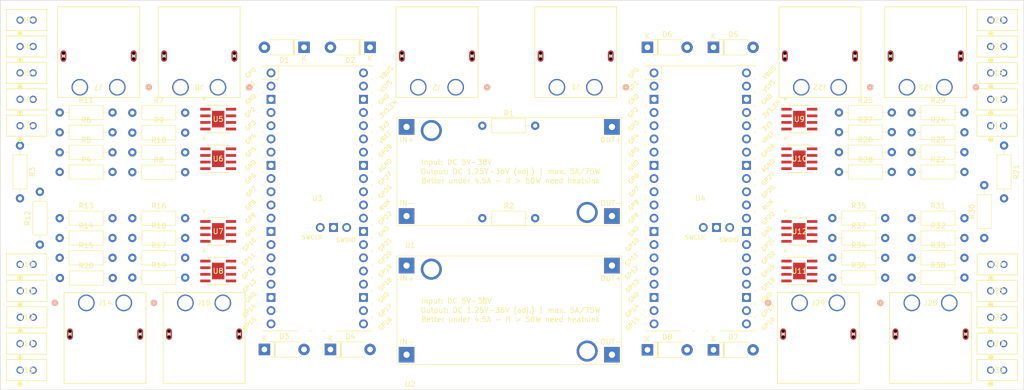
<source format=kicad_pcb>
(kicad_pcb (version 20211014) (generator pcbnew)
  (layers (0 "F.Cu" signal) (31 "B.Cu" signal) (34 "B.Paste" user) (35 "F.Paste" user) (36 "B.SilkS" user "B.Silkscreen") (37 "F.SilkS" user "F.Silkscreen") (38 "B.Mask" user) (39 "F.Mask" user) (44 "Edge.Cuts" user))
  (net 0 "")
  (net 1 "Net-(J1-Pad2)")
  (net 2 "Net-(J1-Pad1)")
  (net 3 "/Leg Back Left/12V")
  (net 4 "/Leg Back Right/GND12V")
  (net 5 "/Left Controller /3V3")
  (net 6 "/Left Controller /GND3V3")
  (net 7 "/Left Controller /FL_F_IN1")
  (net 8 "/Left Controller /FL_F_IN2")
  (net 11 "/Left Controller /FL_K_IN1")
  (net 12 "/Leg Back Right/BR_F_IN1")
  (net 13 "/Leg Back Right/BR_F_IN2")
  (net 15 "/Leg Back Right/BR_K_IN1")
  (net 16 "/Leg Back Right/BR_K_IN2")
  (net 17 "/Left Controller /FL_K_IN2")
  (net 18 "/Left Controller /BL_F_IN1")
  (net 20 "/Left Controller /BL_F_IN2")
  (net 22 "/Leg Back Right/BR_F_EA")
  (net 23 "/Leg Back Right/BR_F_EB")
  (net 25 "/Leg Back Right/BR_K_EA")
  (net 26 "/Leg Back Right/BR_K_EB")
  (net 42 "/Leg Back Right/BR_F_VREF")
  (net 45 "Net-(D5-Pad2)")
  (net 46 "/Left Controller /BL_K_IN1")
  (net 47 "/Left Controller /BL_K_IN2")
  (net 48 "/Left Controller /FL_F_EA")
  (net 49 "Net-(D4-Pad2)")
  (net 50 "Net-(J8-Pad2)")
  (net 51 "/Left Controller /FL_F_EB")
  (net 52 "Net-(J8-Pad1)")
  (net 53 "Net-(J5-Pad1)")
  (net 55 "/Left Controller /FL_K_EA")
  (net 56 "/Left Controller /FL_K_EB")
  (net 57 "/Left Controller /BL_F_EA")
  (net 58 "/Left Controller /BL_F_EB")
  (net 60 "/Left Controller /BL_K_EA")
  (net 61 "/Left Controller /BL_K_EB")
  (net 77 "/Left Controller /3V3_VREF")
  (net 80 "/Leg Front Right/FR_F_IN1")
  (net 81 "/Leg Front Right/FR_F_IN2")
  (net 82 "/Leg Front Right/FR_K_IN1")
  (net 83 "/Leg Front Right/FR_K_IN2")
  (net 84 "/Leg Front Right/FR_F_EA")
  (net 85 "/Leg Front Right/FR_F_EB")
  (net 86 "/Leg Front Right/FR_K_EA")
  (net 87 "/Leg Front Right/FR_K_EB")
  (net 88 "Net-(D6-Pad2)")
  (net 89 "Net-(J22-Pad2)")
  (net 90 "Net-(R26-Pad2)")
  (net 91 "Net-(J22-Pad1)")
  (net 92 "Net-(D1-Pad2)")
  (net 93 "Net-(J7-Pad2)")
  (net 94 "Net-(R7-Pad1)")
  (net 95 "Net-(J7-Pad1)")
  (net 96 "Net-(D2-Pad2)")
  (net 97 "Net-(R10-Pad2)")
  (net 98 "Net-(D3-Pad2)")
  (net 99 "Net-(J14-Pad2)")
  (net 100 "Net-(R16-Pad1)")
  (net 101 "Net-(J14-Pad1)")
  (net 102 "Net-(J15-Pad2)")
  (net 103 "Net-(R17-Pad2)")
  (net 104 "Net-(J15-Pad1)")
  (net 105 "Net-(J21-Pad2)")
  (net 106 "Net-(R25-Pad1)")
  (net 107 "Net-(J21-Pad1)")
  (net 108 "Net-(D7-Pad2)")
  (net 109 "Net-(J28-Pad2)")
  (net 110 "Net-(R34-Pad1)")
  (net 111 "Net-(J28-Pad1)")
  (net 112 "Net-(D8-Pad2)")
  (net 113 "Net-(J29-Pad2)")
  (net 114 "Net-(R35-Pad2)")
  (net 115 "Net-(J29-Pad1)")
  (net 116 "Net-(J26-Pad1)")
  (net 117 "Net-(J19-Pad1)")
  (net 118 "Net-(J12-Pad1)")
  (footprint "quadruped-lib-footprints:CONN_B2B-EH-A LFSN_JST" (layer "F.Cu") (at 35.56 46.99)
    (fp_text reference "J5" (at 1.25 0 unlocked) (layer "F.SilkS"))
    (fp_text value "B2B-EH-A")
    (pad "1" thru_hole circle (at 0 0) (size 1.397 1.397) (drill 0.889) (layers *.Cu *.Mask) (net 53 "Net-(J5-Pad1)"))
    (pad "2" thru_hole circle (at 2.5 0) (size 1.397 1.397) (drill 0.889) (layers *.Cu *.Mask) (net 6 "/Left Controller /GND3V3"))
  )
  (footprint "Diode_THT:D_DO-41_SOD81_P7.62mm_Horizontal" (layer "F.Cu") (at 168.91 42.07)
    (fp_text reference "D5" (at 3.81 -2.47) (layer "F.SilkS"))
    (fp_text value "1N4001")
    (fp_text user "K" (at 0 -2.1) (layer "F.SilkS"))
    (pad "1" thru_hole rect (at 0 0) (size 2.2 2.2) (drill 1.1) (layers *.Cu *.Mask) (net 3 "/Leg Back Left/12V"))
    (pad "2" thru_hole oval (at 7.62 0) (size 2.2 2.2) (drill 1.1) (layers *.Cu *.Mask) (net 45 "Net-(D5-Pad2)"))
  )
  (footprint "Resistor_THT:R_Axial_DIN0207_L6.3mm_D2.5mm_P10.16mm_Horizontal" (layer "F.Cu") (at 43.18 78.74)
    (fp_text reference "R14" (at 5.08 -2.37) (layer "F.SilkS"))
    (fp_text value "150R")
    (pad "1" thru_hole circle (at 0 0) (size 1.6 1.6) (drill 0.8) (layers *.Cu *.Mask) (net 118 "Net-(J12-Pad1)"))
    (pad "2" thru_hole oval (at 10.16 0) (size 1.6 1.6) (drill 0.8) (layers *.Cu *.Mask) (net 5 "/Left Controller /3V3"))
  )
  (footprint "Resistor_THT:R_Axial_DIN0207_L6.3mm_D2.5mm_P10.16mm_Horizontal" (layer "F.Cu") (at 224.79 60.96 -90)
    (fp_text reference "R21" (at 5.08 -2.37 90) (layer "F.SilkS"))
    (fp_text value "5K")
    (pad "1" thru_hole circle (at 0 0 270) (size 1.6 1.6) (drill 0.8) (layers *.Cu *.Mask) (net 85 "/Leg Front Right/FR_F_EB"))
    (pad "2" thru_hole oval (at 10.16 0 270) (size 1.6 1.6) (drill 0.8) (layers *.Cu *.Mask) (net 6 "/Left Controller /GND3V3"))
  )
  (footprint "quadruped-lib-footprints:CONN_XT60PW-F_AMA" (layer "F.Cu") (at 213.3151 49.747999 180)
    (fp_text reference "J21" (at 3.6 0 180 unlocked) (layer "F.SilkS"))
    (fp_text value "XT60PW-F")
    (fp_line (start -3.15 6.546101) (end -3.15 5.453901) (layer "Edge.Cuts") (width 0.6096))
    (fp_line (start 10.35 6.546101) (end 10.35 5.453901) (layer "Edge.Cuts") (width 0.6096))
    (pad "" np_thru_hole circle (at -3.15 5.453901 180) (size 0.6096 0.6096) (drill 0.6096) (layers))
    (pad "" np_thru_hole circle (at 10.35 5.453901 180) (size 0.6096 0.6096) (drill 0.6096) (layers))
    (pad "" np_thru_hole circle (at -3.15 6.546101 180) (size 0.6096 0.6096) (drill 0.6096) (layers))
    (pad "" np_thru_hole circle (at 10.35 6.546101 180) (size 0.6096 0.6096) (drill 0.6096) (layers))
    (pad "1" thru_hole circle (at 0 0 180) (size 3.2004 3.2004) (drill 2.6924) (layers *.Cu *.Mask) (net 107 "Net-(J21-Pad1)"))
    (pad "2" thru_hole circle (at 7.200001 0 180) (size 3.2004 3.2004) (drill 2.6924) (layers *.Cu *.Mask) (net 105 "Net-(J21-Pad2)"))
    (pad "3" smd oval (at -3.149999 6.000001 180) (size 1.1176 2.2098) (layers "F.Cu" "F.Paste" "F.Mask"))
    (pad "4" smd oval (at 10.35 6.000001 180) (size 1.1176 2.2098) (layers "F.Cu" "F.Paste" "F.Mask"))
  )
  (footprint "quadruped-lib-footprints:RPi_PicoW_SMD_TH" (layer "F.Cu") (at 92.71 71.12)
    (fp_text reference "U3" (at 0 0) (layer "F.SilkS"))
    (fp_text value "SC0915-pico-w-board")
    (fp_text user "SWCLK" (at -1 7.5) (layer "F.SilkS") (effects (font (size 0.8 0.8))))
    (fp_text user "GP14" (at -13.1 21.59 45) (layer "F.SilkS") (effects (font (size 0.8 0.8))))
    (fp_text user "GP13" (at -13.054 16.8325 45) (layer "F.SilkS") (effects (font (size 0.8 0.8))))
    (fp_text user "GND" (at -12.8 6.35 45) (layer "F.SilkS") (effects (font (size 0.8 0.8))))
    (fp_text user "GP1" (at -12.9 -21.6 45) (layer "F.SilkS") (effects (font (size 0.8 0.8))))
    (fp_text user "GP26" (at 13.054 -1.27 45) (layer "F.SilkS") (effects (font (size 0.8 0.8))))
    (fp_text user "GP20" (at 13.054 11.43 45) (layer "F.SilkS") (effects (font (size 0.8 0.8))))
    (fp_text user "VSYS" (at 13.2 -21.59 45) (layer "F.SilkS") (effects (font (size 0.8 0.8))))
    (fp_text user "GP19" (at 13.054 13.97 45) (layer "F.SilkS") (effects (font (size 0.8 0.8))))
    (fp_text user "VBUS" (at 13.3 -24.2 45) (layer "F.SilkS") (effects (font (size 0.8 0.8))))
    (fp_text user "GND" (at -12.8 -6.35 45) (layer "F.SilkS") (effects (font (size 0.8 0.8))))
    (fp_text user "GP21" (at 13.054 8.9 45) (layer "F.SilkS") (effects (font (size 0.8 0.8))))
    (fp_text user "3V3" (at 12.9 -13.9 45) (layer "F.SilkS") (effects (font (size 0.8 0.8))))
    (fp_text user "GP17" (at 13.054 21.59 45) (layer "F.SilkS") (effects (font (size 0.8 0.8))))
    (fp_text user "GP12" (at -13.2 14.2925 45) (layer "F.SilkS") (effects (font (size 0.8 0.8))))
    (fp_text user "GP11" (at -13.2 11.7525 45) (layer "F.SilkS") (effects (font (size 0.8 0.8))))
    (fp_text user "GP4" (at -12.8 -11.43 45) (layer "F.SilkS") (effects (font (size 0.8 0.8))))
    (fp_text user "GP5" (at -12.8 -8.89 45) (layer "F.SilkS") (effects (font (size 0.8 0.8))))
    (fp_text user "GP16" (at 13.054 24.13 45) (layer "F.SilkS") (effects (font (size 0.8 0.8))))
    (fp_text user "GP22" (at 13.054 3.81 45) (layer "F.SilkS") (effects (font (size 0.8 0.8))))
    (fp_text user "GP18" (at 13.054 16.51 45) (layer "F.SilkS") (effects (font (size 0.8 0.8))))
    (fp_text user "GP9" (at -12.8 3.81 45) (layer "F.SilkS") (effects (font (size 0.8 0.8))))
    (fp_text user "GP15" (at -13.054 24.13 45) (layer "F.SilkS") (effects (font (size 0.8 0.8))))
    (fp_text user "RUN" (at 13 1.27 45) (layer "F.SilkS") (effects (font (size 0.8 0.8))))
    (fp_text user "GND" (at 12.8 -19.05 45) (layer "F.SilkS") (effects (font (size 0.8 0.8))))
    (fp_text user "GP8" (at -12.8 1.27 45) (layer "F.SilkS") (effects (font (size 0.8 0.8))))
    (fp_text user "GND" (at -12.8 -19.05 45) (layer "F.SilkS") (effects (font (size 0.8 0.8))))
    (fp_text user "GP27" (at 13.054 -3.8 45) (layer "F.SilkS") (effects (font (size 0.8 0.8))))
    (fp_text user "GP0" (at -12.8 -24.13 45) (layer "F.SilkS") (effects (font (size 0.8 0.8))))
    (fp_text user "GP6" (at -12.8 -3.81 45) (layer "F.SilkS") (effects (font (size 0.8 0.8))))
    (fp_text user "GND" (at 12.8 19.05 45) (layer "F.SilkS") (effects (font (size 0.8 0.8))))
    (fp_text user "AGND" (at 13.054 -6.35 45) (layer "F.SilkS") (effects (font (size 0.8 0.8))))
    (fp_text user "GND" (at 12.8 6.35 45) (layer "F.SilkS") (effects (font (size 0.8 0.8))))
    (fp_text user "GP3" (at -12.8 -13.97 45) (layer "F.SilkS") (effects (font (size 0.8 0.8))))
    (fp_text user "GP28" (at 13.054 -9.144 45) (layer "F.SilkS") (effects (font (size 0.8 0.8))))
    (fp_text user "GP7" (at -12.7 -1.3 45) (layer "F.SilkS") (effects (font (size 0.8 0.8))))
    (fp_text user "GP2" (at -12.9 -16.51 45) (layer "F.SilkS") (effects (font (size 0.8 0.8))))
    (fp_text user "GP10" (at -13.054 8.89 45) (layer "F.SilkS") (effects (font (size 0.8 0.8))))
    (fp_text user "SWDIO" (at 5.5 8) (layer "F.SilkS") (effects (font (size 0.8 0.8))))
    (fp_text user "VREF" (at 13.0675 -11.7425 45) (layer "F.SilkS") (effects (font (size 0.8 0.8))))
    (fp_text user "GND" (at -12.8 19.05 45) (layer "F.SilkS") (effects (font (size 0.8 0.8))))
    (fp_text user "3V3_EN" (at 13.7 -17.2 45) (layer "F.SilkS") (effects (font (size 0.8 0.8))))
    (pad "1" thru_hole oval (at -8.89 -24.13) (size 1.7 1.7) (drill 1.02) (layers *.Cu *.Mask) (net 7 "/Left Controller /FL_F_IN1"))
    (pad "2" thru_hole oval (at -8.89 -21.59) (size 1.7 1.7) (drill 1.02) (layers *.Cu *.Mask) (net 8 "/Left Controller /FL_F_IN2"))
    (pad "3" thru_hole rect (at -8.89 -19.05) (size 1.7 1.7) (drill 1.02) (layers *.Cu *.Mask))
    (pad "4" thru_hole oval (at -8.89 -16.51) (size 1.7 1.7) (drill 1.02) (layers *.Cu *.Mask) (net 11 "/Left Controller /FL_K_IN1"))
    (pad "5" thru_hole oval (at -8.89 -13.97) (size 1.7 1.7) (drill 1.02) (layers *.Cu *.Mask) (net 17 "/Left Controller /FL_K_IN2"))
    (pad "6" thru_hole oval (at -8.89 -11.43) (size 1.7 1.7) (drill 1.02) (layers *.Cu *.Mask) (net 18 "/Left Controller /BL_F_IN1"))
    (pad "7" thru_hole oval (at -8.89 -8.89) (size 1.7 1.7) (drill 1.02) (layers *.Cu *.Mask) (net 20 "/Left Controller /BL_F_IN2"))
    (pad "8" thru_hole rect (at -8.89 -6.35) (size 1.7 1.7) (drill 1.02) (layers *.Cu *.Mask))
    (pad "9" thru_hole oval (at -8.89 -3.81) (size 1.7 1.7) (drill 1.02) (layers *.Cu *.Mask) (net 46 "/Left Controller /BL_K_IN1"))
    (pad "10" thru_hole oval (at -8.89 -1.27) (size 1.7 1.7) (drill 1.02) (layers *.Cu *.Mask) (net 47 "/Left Controller /BL_K_IN2"))
    (pad "11" thru_hole oval (at -8.89 1.27) (size 1.7 1.7) (drill 1.02) (layers *.Cu *.Mask) (net 48 "/Left Controller /FL_F_EA"))
    (pad "12" thru_hole oval (at -8.89 3.81) (size 1.7 1.7) (drill 1.02) (layers *.Cu *.Mask) (net 51 "/Left Controller /FL_F_EB"))
    (pad "13" thru_hole rect (at -8.89 6.35) (size 1.7 1.7) (drill 1.02) (layers *.Cu *.Mask))
    (pad "14" thru_hole oval (at -8.89 8.89) (size 1.7 1.7) (drill 1.02) (layers *.Cu *.Mask) (net 55 "/Left Controller /FL_K_EA"))
    (pad "15" thru_hole oval (at -8.89 11.43) (size 1.7 1.7) (drill 1.02) (layers *.Cu *.Mask) (net 56 "/Left Controller /FL_K_EB"))
    (pad "16" thru_hole oval (at -8.89 13.97) (size 1.7 1.7) (drill 1.02) (layers *.Cu *.Mask) (net 57 "/Left Controller /BL_F_EA"))
    (pad "17" thru_hole oval (at -8.89 16.51) (size 1.7 1.7) (drill 1.02) (layers *.Cu *.Mask) (net 58 "/Left Controller /BL_F_EB"))
    (pad "18" thru_hole rect (at -8.89 19.05) (size 1.7 1.7) (drill 1.02) (layers *.Cu *.Mask))
    (pad "19" thru_hole oval (at -8.89 21.59) (size 1.7 1.7) (drill 1.02) (layers *.Cu *.Mask) (net 60 "/Left Controller /BL_K_EA"))
    (pad "20" thru_hole oval (at -8.89 24.13) (size 1.7 1.7) (drill 1.02) (layers *.Cu *.Mask) (net 61 "/Left Controller /BL_K_EB"))
    (pad "21" thru_hole oval (at 8.89 24.13) (size 1.7 1.7) (drill 1.02) (layers *.Cu *.Mask))
    (pad "22" thru_hole oval (at 8.89 21.59) (size 1.7 1.7) (drill 1.02) (layers *.Cu *.Mask))
    (pad "23" thru_hole rect (at 8.89 19.05) (size 1.7 1.7) (drill 1.02) (layers *.Cu *.Mask))
    (pad "24" thru_hole oval (at 8.89 16.51) (size 1.7 1.7) (drill 1.02) (layers *.Cu *.Mask))
    (pad "25" thru_hole oval (at 8.89 13.97) (size 1.7 1.7) (drill 1.02) (layers *.Cu *.Mask))
    (pad "26" thru_hole oval (at 8.89 11.43) (size 1.7 1.7) (drill 1.02) (layers *.Cu *.Mask))
    (pad "27" thru_hole oval (at 8.89 8.89) (size 1.7 1.7) (drill 1.02) (layers *.Cu *.Mask))
    (pad "28" thru_hole rect (at 8.89 6.35) (size 1.7 1.7) (drill 1.02) (layers *.Cu *.Mask))
    (pad "29" thru_hole oval (at 8.89 3.81) (size 1.7 1.7) (drill 1.02) (layers *.Cu *.Mask))
    (pad "30" thru_hole oval (at 8.89 1.27) (size 1.7 1.7) (drill 1.02) (layers *.Cu *.Mask))
    (pad "31" thru_hole oval (at 8.89 -1.27) (size 1.7 1.7) (drill 1.02) (layers *.Cu *.Mask))
    (pad "32" thru_hole oval (at 8.89 -3.81) (size 1.7 1.7) (drill 1.02) (layers *.Cu *.Mask))
    (pad "33" thru_hole rect (at 8.89 -6.35) (size 1.7 1.7) (drill 1.02) (layers *.Cu *.Mask))
    (pad "34" thru_hole oval (at 8.89 -8.89) (size 1.7 1.7) (drill 1.02) (layers *.Cu *.Mask))
    (pad "35" thru_hole oval (at 8.89 -11.43) (size 1.7 1.7) (drill 1.02) (layers *.Cu *.Mask))
    (pad "36" thru_hole oval (at 8.89 -13.97) (size 1.7 1.7) (drill 1.02) (layers *.Cu *.Mask) (net 77 "/Left Controller /3V3_VREF"))
    (pad "37" thru_hole oval (at 8.89 -16.51) (size 1.7 1.7) (drill 1.02) (layers *.Cu *.Mask))
    (pad "38" thru_hole rect (at 8.89 -19.05) (size 1.7 1.7) (drill 1.02) (layers *.Cu *.Mask) (net 6 "/Left Controller /GND3V3"))
    (pad "39" thru_hole oval (at 8.89 -21.59) (size 1.7 1.7) (drill 1.02) (layers *.Cu *.Mask) (net 5 "/Left Controller /3V3"))
    (pad "40" thru_hole oval (at 8.89 -24.13) (size 1.7 1.7) (drill 1.02) (layers *.Cu *.Mask))
    (pad "41" thru_hole oval (at 0.5841 5.6) (size 1.7 1.7) (drill 1.02) (layers *.Cu *.Mask))
    (pad "42" thru_hole rect (at 3.1241 5.6) (size 1.7 1.7) (drill 1.02) (layers *.Cu *.Mask))
    (pad "43" thru_hole oval (at 5.6641 5.6) (size 1.7 1.7) (drill 1.02) (layers *.Cu *.Mask))
  )
  (footprint "quadruped-lib-footprints:P-HSOP8-0405-1.27-002_TOS" (layer "F.Cu") (at 185.42 77.47)
    (fp_text reference "U12" (at 0 0 unlocked) (layer "F.SilkS"))
    (fp_text value "TB67H450AFNG_EL")
    (fp_text user "*" (at -2.7178 -3.5814) (layer "F.SilkS"))
    (fp_text user "*" (at -2.7178 -3.5814 unlocked) (layer "F.SilkS"))
    (pad "1" smd rect (at -2.4638 -1.905) (size 1.9812 0.5334) (layers "F.Cu" "F.Paste" "F.Mask") (net 4 "/Leg Back Right/GND12V"))
    (pad "2" smd rect (at -2.4638 -0.635) (size 1.9812 0.5334) (layers "F.Cu" "F.Paste" "F.Mask") (net 16 "/Leg Back Right/BR_K_IN2"))
    (pad "3" smd rect (at -2.4638 0.635) (size 1.9812 0.5334) (layers "F.Cu" "F.Paste" "F.Mask") (net 15 "/Leg Back Right/BR_K_IN1"))
    (pad "4" smd rect (at -2.4638 1.905) (size 1.9812 0.5334) (layers "F.Cu" "F.Paste" "F.Mask") (net 42 "/Leg Back Right/BR_F_VREF"))
    (pad "5" smd rect (at 2.4638 1.905) (size 1.9812 0.5334) (layers "F.Cu" "F.Paste" "F.Mask") (net 112 "Net-(D8-Pad2)"))
    (pad "6" smd rect (at 2.4638 0.635) (size 1.9812 0.5334) (layers "F.Cu" "F.Paste" "F.Mask") (net 113 "Net-(J29-Pad2)"))
    (pad "7" smd rect (at 2.4638 -0.635) (size 1.9812 0.5334) (layers "F.Cu" "F.Paste" "F.Mask") (net 114 "Net-(R35-Pad2)"))
    (pad "8" smd rect (at 2.4638 -1.905) (size 1.9812 0.5334) (layers "F.Cu" "F.Paste" "F.Mask") (net 115 "Net-(J29-Pad1)"))
    (pad "EPAD" smd rect (at 0 0) (size 2.3876 3.2004) (layers "F.Cu" "F.Mask"))
  )
  (footprint "Resistor_THT:R_Axial_DIN0207_L6.3mm_D2.5mm_P10.16mm_Horizontal" (layer "F.Cu") (at 57.15 74.93)
    (fp_text reference "R16" (at 5.08 -2.37) (layer "F.SilkS"))
    (fp_text value "R1")
    (pad "1" thru_hole circle (at 0 0) (size 1.6 1.6) (drill 0.8) (layers *.Cu *.Mask) (net 100 "Net-(R16-Pad1)"))
    (pad "2" thru_hole oval (at 10.16 0) (size 1.6 1.6) (drill 0.8) (layers *.Cu *.Mask) (net 3 "/Leg Back Left/12V"))
  )
  (footprint "Resistor_THT:R_Axial_DIN0207_L6.3mm_D2.5mm_P10.16mm_Horizontal" (layer "F.Cu") (at 193.04 58.38)
    (fp_text reference "R27" (at 5.08 -2.37) (layer "F.SilkS"))
    (fp_text value "R1")
    (pad "1" thru_hole circle (at 0 0) (size 1.6 1.6) (drill 0.8) (layers *.Cu *.Mask) (net 106 "Net-(R25-Pad1)"))
    (pad "2" thru_hole oval (at 10.16 0) (size 1.6 1.6) (drill 0.8) (layers *.Cu *.Mask) (net 4 "/Leg Back Right/GND12V"))
  )
  (footprint "quadruped-lib-footprints:CONN_XT60PW-F_AMA" (layer "F.Cu") (at 54.2551 49.747999 180)
    (fp_text reference "J7" (at 3.6 0 180 unlocked) (layer "F.SilkS"))
    (fp_text value "XT60PW-F")
    (fp_line (start 10.35 6.546101) (end 10.35 5.453901) (layer "Edge.Cuts") (width 0.6096))
    (fp_line (start -3.15 6.546101) (end -3.15 5.453901) (layer "Edge.Cuts") (width 0.6096))
    (pad "" np_thru_hole circle (at -3.15 6.546101 180) (size 0.6096 0.6096) (drill 0.6096) (layers))
    (pad "" np_thru_hole circle (at 10.35 5.453901 180) (size 0.6096 0.6096) (drill 0.6096) (layers))
    (pad "" np_thru_hole circle (at 10.35 6.546101 180) (size 0.6096 0.6096) (drill 0.6096) (layers))
    (pad "" np_thru_hole circle (at -3.15 5.453901 180) (size 0.6096 0.6096) (drill 0.6096) (layers))
    (pad "1" thru_hole circle (at 0 0 180) (size 3.2004 3.2004) (drill 2.6924) (layers *.Cu *.Mask) (net 95 "Net-(J7-Pad1)"))
    (pad "2" thru_hole circle (at 7.200001 0 180) (size 3.2004 3.2004) (drill 2.6924) (layers *.Cu *.Mask) (net 93 "Net-(J7-Pad2)"))
    (pad "3" smd oval (at -3.149999 6.000001 180) (size 1.1176 2.2098) (layers "F.Cu" "F.Paste" "F.Mask"))
    (pad "4" smd oval (at 10.35 6.000001 180) (size 1.1176 2.2098) (layers "F.Cu" "F.Paste" "F.Mask"))
  )
  (footprint "Resistor_THT:R_Axial_DIN0207_L6.3mm_D2.5mm_P10.16mm_Horizontal" (layer "F.Cu") (at 207.01 54.61)
    (fp_text reference "R29" (at 5.08 -2.37) (layer "F.SilkS"))
    (fp_text value "5K")
    (pad "1" thru_hole circle (at 0 0) (size 1.6 1.6) (drill 0.8) (layers *.Cu *.Mask) (net 86 "/Leg Front Right/FR_K_EA"))
    (pad "2" thru_hole oval (at 10.16 0) (size 1.6 1.6) (drill 0.8) (layers *.Cu *.Mask) (net 6 "/Left Controller /GND3V3"))
  )
  (footprint "Resistor_THT:R_Axial_DIN0207_L6.3mm_D2.5mm_P10.16mm_Horizontal" (layer "F.Cu") (at 43.18 66.04)
    (fp_text reference "R4" (at 5.08 -2.37) (layer "F.SilkS"))
    (fp_text value "5K")
    (pad "1" thru_hole circle (at 0 0) (size 1.6 1.6) (drill 0.8) (layers *.Cu *.Mask) (net 48 "/Left Controller /FL_F_EA"))
    (pad "2" thru_hole oval (at 10.16 0) (size 1.6 1.6) (drill 0.8) (layers *.Cu *.Mask) (net 6 "/Left Controller /GND3V3"))
  )
  (footprint "Resistor_THT:R_Axial_DIN0207_L6.3mm_D2.5mm_P10.16mm_Horizontal" (layer "F.Cu") (at 57.15 54.65)
    (fp_text reference "R7" (at 5.08 -2.37) (layer "F.SilkS"))
    (fp_text value "R1")
    (pad "1" thru_hole circle (at 0 0) (size 1.6 1.6) (drill 0.8) (layers *.Cu *.Mask) (net 94 "Net-(R7-Pad1)"))
    (pad "2" thru_hole oval (at 10.16 0) (size 1.6 1.6) (drill 0.8) (layers *.Cu *.Mask) (net 3 "/Leg Back Left/12V"))
  )
  (footprint "Resistor_THT:R_Axial_DIN0207_L6.3mm_D2.5mm_P10.16mm_Horizontal" (layer "F.Cu") (at 207.01 82.55)
    (fp_text reference "R33" (at 5.08 -2.37) (layer "F.SilkS"))
    (fp_text value "5K")
    (pad "1" thru_hole circle (at 0 0) (size 1.6 1.6) (drill 0.8) (layers *.Cu *.Mask) (net 26 "/Leg Back Right/BR_K_EB"))
    (pad "2" thru_hole oval (at 10.16 0) (size 1.6 1.6) (drill 0.8) (layers *.Cu *.Mask) (net 6 "/Left Controller /GND3V3"))
  )
  (footprint "Resistor_THT:R_Axial_DIN0207_L6.3mm_D2.5mm_P10.16mm_Horizontal" (layer "F.Cu") (at 57.15 66.08)
    (fp_text reference "R8" (at 5.08 -2.37) (layer "F.SilkS"))
    (fp_text value "R1")
    (pad "1" thru_hole circle (at 0 0) (size 1.6 1.6) (drill 0.8) (layers *.Cu *.Mask) (net 3 "/Leg Back Left/12V"))
    (pad "2" thru_hole oval (at 10.16 0) (size 1.6 1.6) (drill 0.8) (layers *.Cu *.Mask) (net 97 "Net-(R10-Pad2)"))
  )
  (footprint "quadruped-lib-footprints:CONN_XT60PW-F_AMA" (layer "F.Cu") (at 119.3351 49.747999 180)
    (fp_text reference "J2" (at 3.6 0 180 unlocked) (layer "F.SilkS"))
    (fp_text value "XT60PW-F")
    (fp_line (start -3.15 6.546101) (end -3.15 5.453901) (layer "Edge.Cuts") (width 0.6096))
    (fp_line (start 10.35 6.546101) (end 10.35 5.453901) (layer "Edge.Cuts") (width 0.6096))
    (pad "" np_thru_hole circle (at -3.15 6.546101 180) (size 0.6096 0.6096) (drill 0.6096) (layers))
    (pad "" np_thru_hole circle (at -3.15 5.453901 180) (size 0.6096 0.6096) (drill 0.6096) (layers))
    (pad "" np_thru_hole circle (at 10.35 5.453901 180) (size 0.6096 0.6096) (drill 0.6096) (layers))
    (pad "" np_thru_hole circle (at 10.35 6.546101 180) (size 0.6096 0.6096) (drill 0.6096) (layers))
    (pad "1" thru_hole circle (at 0 0 180) (size 3.2004 3.2004) (drill 2.6924) (layers *.Cu *.Mask) (net 2 "Net-(J1-Pad1)"))
    (pad "2" thru_hole circle (at 7.200001 0 180) (size 3.2004 3.2004) (drill 2.6924) (layers *.Cu *.Mask) (net 1 "Net-(J1-Pad2)"))
    (pad "3" smd oval (at -3.149999 6.000001 180) (size 1.1176 2.2098) (layers "F.Cu" "F.Paste" "F.Mask"))
    (pad "4" smd oval (at 10.35 6.000001 180) (size 1.1176 2.2098) (layers "F.Cu" "F.Paste" "F.Mask"))
  )
  (footprint "Resistor_THT:R_Axial_DIN0207_L6.3mm_D2.5mm_P10.16mm_Horizontal" (layer "F.Cu") (at 57.15 78.74)
    (fp_text reference "R18" (at 5.08 -2.37) (layer "F.SilkS"))
    (fp_text value "R1")
    (pad "1" thru_hole circle (at 0 0) (size 1.6 1.6) (drill 0.8) (layers *.Cu *.Mask) (net 100 "Net-(R16-Pad1)"))
    (pad "2" thru_hole oval (at 10.16 0) (size 1.6 1.6) (drill 0.8) (layers *.Cu *.Mask) (net 3 "/Leg Back Left/12V"))
  )
  (footprint "quadruped-lib-footprints:CONN_B2B-EH-A LFSN_JST" (layer "F.Cu") (at 35.56 36.83)
    (fp_text reference "J9" (at 1.25 0 unlocked) (layer "F.SilkS"))
    (fp_text value "B2B-EH-A")
    (pad "1" thru_hole circle (at 0 0) (size 1.397 1.397) (drill 0.889) (layers *.Cu *.Mask) (net 5 "/Left Controller /3V3"))
    (pad "2" thru_hole circle (at 2.5 0) (size 1.397 1.397) (drill 0.889) (layers *.Cu *.Mask) (net 55 "/Left Controller /FL_K_EA"))
  )
  (footprint "Diode_THT:D_DO-41_SOD81_P7.62mm_Horizontal" (layer "F.Cu") (at 90.17 42.07 180)
    (fp_text reference "D1" (at 3.81 -2.47) (layer "F.SilkS"))
    (fp_text value "1N4001")
    (fp_text user "K" (at 0 -2.1) (layer "F.SilkS"))
    (pad "1" thru_hole rect (at 0 0 180) (size 2.2 2.2) (drill 1.1) (layers *.Cu *.Mask) (net 3 "/Leg Back Left/12V"))
    (pad "2" thru_hole oval (at 7.62 0 180) (size 2.2 2.2) (drill 1.1) (layers *.Cu *.Mask) (net 92 "Net-(D1-Pad2)"))
  )
  (footprint "quadruped-lib-footprints:CONN_XT60PW-F_AMA" (layer "F.Cu") (at 192.9951 49.747999 180)
    (fp_text reference "J22" (at 3.6 0 180 unlocked) (layer "F.SilkS"))
    (fp_text value "XT60PW-F")
    (fp_line (start 10.35 6.546101) (end 10.35 5.453901) (layer "Edge.Cuts") (width 0.6096))
    (fp_line (start -3.15 6.546101) (end -3.15 5.453901) (layer "Edge.Cuts") (width 0.6096))
    (pad "" np_thru_hole circle (at 10.35 5.453901 180) (size 0.6096 0.6096) (drill 0.6096) (layers))
    (pad "" np_thru_hole circle (at -3.15 6.546101 180) (size 0.6096 0.6096) (drill 0.6096) (layers))
    (pad "" np_thru_hole circle (at -3.15 5.453901 180) (size 0.6096 0.6096) (drill 0.6096) (layers))
    (pad "" np_thru_hole circle (at 10.35 6.546101 180) (size 0.6096 0.6096) (drill 0.6096) (layers))
    (pad "1" thru_hole circle (at 0 0 180) (size 3.2004 3.2004) (drill 2.6924) (layers *.Cu *.Mask) (net 91 "Net-(J22-Pad1)"))
    (pad "2" thru_hole circle (at 7.200001 0 180) (size 3.2004 3.2004) (drill 2.6924) (layers *.Cu *.Mask) (net 89 "Net-(J22-Pad2)"))
    (pad "3" smd oval (at -3.149999 6.000001 180) (size 1.1176 2.2098) (layers "F.Cu" "F.Paste" "F.Mask"))
    (pad "4" smd oval (at 10.35 6.000001 180) (size 1.1176 2.2098) (layers "F.Cu" "F.Paste" "F.Mask"))
  )
  (footprint "Diode_THT:D_DO-41_SOD81_P7.62mm_Horizontal" (layer "F.Cu") (at 102.87 42.07 180)
    (fp_text reference "D2" (at 3.81 -2.47) (layer "F.SilkS"))
    (fp_text value "1N4001")
    (fp_text user "K" (at 0 -2.1) (layer "F.SilkS"))
    (pad "1" thru_hole rect (at 0 0 180) (size 2.2 2.2) (drill 1.1) (layers *.Cu *.Mask) (net 3 "/Leg Back Left/12V"))
    (pad "2" thru_hole oval (at 7.62 0 180) (size 2.2 2.2) (drill 1.1) (layers *.Cu *.Mask) (net 96 "Net-(D2-Pad2)"))
  )
  (footprint "quadruped-lib-footprints:CONN_B2B-EH-A LFSN_JST" (layer "F.Cu") (at 222.21 99.06)
    (fp_text reference "J27" (at 1.25 0 unlocked) (layer "F.SilkS"))
    (fp_text value "B2B-EH-A")
    (pad "1" thru_hole circle (at 0 0) (size 1.397 1.397) (drill 0.889) (layers *.Cu *.Mask) (net 5 "/Left Controller /3V3"))
    (pad "2" thru_hole circle (at 2.5 0) (size 1.397 1.397) (drill 0.889) (layers *.Cu *.Mask) (net 26 "/Leg Back Right/BR_K_EB"))
  )
  (footprint "Diode_THT:D_DO-41_SOD81_P7.62mm_Horizontal" (layer "F.Cu") (at 82.55 100.17)
    (fp_text reference "D3" (at 3.81 -2.47) (layer "F.SilkS"))
    (fp_text value "1N4001")
    (fp_text user "K" (at 0 -2.1) (layer "F.SilkS"))
    (pad "1" thru_hole rect (at 0 0) (size 2.2 2.2) (drill 1.1) (layers *.Cu *.Mask) (net 3 "/Leg Back Left/12V"))
    (pad "2" thru_hole oval (at 7.62 0) (size 2.2 2.2) (drill 1.1) (layers *.Cu *.Mask) (net 98 "Net-(D3-Pad2)"))
  )
  (footprint "quadruped-lib-footprints:CONN_B2B-EH-A LFSN_JST" (layer "F.Cu") (at 35.56 104.14)
    (fp_text reference "J16" (at 1.25 0 unlocked) (layer "F.SilkS"))
    (fp_text value "B2B-EH-A")
    (pad "1" thru_hole circle (at 0 0) (size 1.397 1.397) (drill 0.889) (layers *.Cu *.Mask) (net 5 "/Left Controller /3V3"))
    (pad "2" thru_hole circle (at 2.5 0) (size 1.397 1.397) (drill 0.889) (layers *.Cu *.Mask) (net 60 "/Left Controller /BL_K_EA"))
  )
  (footprint "Resistor_THT:R_Axial_DIN0207_L6.3mm_D2.5mm_P10.16mm_Horizontal" (layer "F.Cu") (at 207.01 78.74)
    (fp_text reference "R32" (at 5.08 -2.37) (layer "F.SilkS"))
    (fp_text value "150R")
    (pad "1" thru_hole circle (at 0 0) (size 1.6 1.6) (drill 0.8) (layers *.Cu *.Mask) (net 116 "Net-(J26-Pad1)"))
    (pad "2" thru_hole oval (at 10.16 0) (size 1.6 1.6) (drill 0.8) (layers *.Cu *.Mask) (net 5 "/Left Controller /3V3"))
  )
  (footprint "quadruped-lib-footprints:P-HSOP8-0405-1.27-002_TOS" (layer "F.Cu") (at 185.42 85.09)
    (fp_text reference "U11" (at 0 0 unlocked) (layer "F.SilkS"))
    (fp_text value "TB67H450AFNG_EL")
    (fp_text user "*" (at -2.7178 -3.5814) (layer "F.SilkS"))
    (fp_text user "*" (at -2.7178 -3.5814 unlocked) (layer "F.SilkS"))
    (pad "1" smd rect (at -2.4638 -1.905) (size 1.9812 0.5334) (layers "F.Cu" "F.Paste" "F.Mask") (net 4 "/Leg Back Right/GND12V"))
    (pad "2" smd rect (at -2.4638 -0.635) (size 1.9812 0.5334) (layers "F.Cu" "F.Paste" "F.Mask") (net 13 "/Leg Back Right/BR_F_IN2"))
    (pad "3" smd rect (at -2.4638 0.635) (size 1.9812 0.5334) (layers "F.Cu" "F.Paste" "F.Mask") (net 12 "/Leg Back Right/BR_F_IN1"))
    (pad "4" smd rect (at -2.4638 1.905) (size 1.9812 0.5334) (layers "F.Cu" "F.Paste" "F.Mask") (net 42 "/Leg Back Right/BR_F_VREF"))
    (pad "5" smd rect (at 2.4638 1.905) (size 1.9812 0.5334) (layers "F.Cu" "F.Paste" "F.Mask") (net 108 "Net-(D7-Pad2)"))
    (pad "6" smd rect (at 2.4638 0.635) (size 1.9812 0.5334) (layers "F.Cu" "F.Paste" "F.Mask") (net 109 "Net-(J28-Pad2)"))
    (pad "7" smd rect (at 2.4638 -0.635) (size 1.9812 0.5334) (layers "F.Cu" "F.Paste" "F.Mask") (net 110 "Net-(R34-Pad1)"))
    (pad "8" smd rect (at 2.4638 -1.905) (size 1.9812 0.5334) (layers "F.Cu" "F.Paste" "F.Mask") (net 111 "Net-(J28-Pad1)"))
    (pad "EPAD" smd rect (at 0 0) (size 2.3876 3.2004) (layers "F.Cu" "F.Mask"))
  )
  (footprint "Resistor_THT:R_Axial_DIN0207_L6.3mm_D2.5mm_P10.16mm_Horizontal" (layer "F.Cu") (at 207.01 86.36)
    (fp_text reference "R38" (at 5.08 -2.37) (layer "F.SilkS"))
    (fp_text value "5K")
    (pad "1" thru_hole circle (at 0 0) (size 1.6 1.6) (drill 0.8) (layers *.Cu *.Mask) (net 25 "/Leg Back Right/BR_K_EA"))
    (pad "2" thru_hole oval (at 10.16 0) (size 1.6 1.6) (drill 0.8) (layers *.Cu *.Mask) (net 6 "/Left Controller /GND3V3"))
  )
  (footprint "quadruped-lib-footprints:P-HSOP8-0405-1.27-002_TOS" (layer "F.Cu") (at 73.66 55.88)
    (fp_text reference "U5" (at 0 0 unlocked) (layer "F.SilkS"))
    (fp_text value "TB67H450AFNG_EL")
    (fp_text user "*" (at -2.7178 -3.5814) (layer "F.SilkS"))
    (fp_text user "*" (at -2.7178 -3.5814 unlocked) (layer "F.SilkS"))
    (pad "1" smd rect (at -2.4638 -1.905) (size 1.9812 0.5334) (layers "F.Cu" "F.Paste" "F.Mask") (net 3 "/Leg Back Left/12V"))
    (pad "2" smd rect (at -2.4638 -0.635) (size 1.9812 0.5334) (layers "F.Cu" "F.Paste" "F.Mask") (net 8 "/Left Controller /FL_F_IN2"))
    (pad "3" smd rect (at -2.4638 0.635) (size 1.9812 0.5334) (layers "F.Cu" "F.Paste" "F.Mask") (net 7 "/Left Controller /FL_F_IN1"))
    (pad "4" smd rect (at -2.4638 1.905) (size 1.9812 0.5334) (layers "F.Cu" "F.Paste" "F.Mask") (net 77 "/Left Controller /3V3_VREF"))
    (pad "5" smd rect (at 2.4638 1.905) (size 1.9812 0.5334) (layers "F.Cu" "F.Paste" "F.Mask") (net 92 "Net-(D1-Pad2)"))
    (pad "6" smd rect (at 2.4638 0.635) (size 1.9812 0.5334) (layers "F.Cu" "F.Paste" "F.Mask") (net 93 "Net-(J7-Pad2)"))
    (pad "7" smd rect (at 2.4638 -0.635) (size 1.9812 0.5334) (layers "F.Cu" "F.Paste" "F.Mask") (net 94 "Net-(R7-Pad1)"))
    (pad "8" smd rect (at 2.4638 -1.905) (size 1.9812 0.5334) (layers "F.Cu" "F.Paste" "F.Mask") (net 95 "Net-(J7-Pad1)"))
    (pad "EPAD" smd rect (at 0 0) (size 2.3876 3.2004) (layers "F.Cu" "F.Mask"))
  )
  (footprint "Resistor_THT:R_Axial_DIN0207_L6.3mm_D2.5mm_P10.16mm_Horizontal" (layer "F.Cu") (at 43.18 74.93)
    (fp_text reference "R13" (at 5.08 -2.37) (layer "F.SilkS"))
    (fp_text value "5K")
    (pad "1" thru_hole circle (at 0 0) (size 1.6 1.6) (drill 0.8) (layers *.Cu *.Mask) (net 57 "/Left Controller /BL_F_EA"))
    (pad "2" thru_hole oval (at 10.16 0) (size 1.6 1.6) (drill 0.8) (layers *.Cu *.Mask) (net 6 "/Left Controller /GND3V3"))
  )
  (footprint "quadruped-lib-footprints:RPi_PicoW_SMD_TH" (layer "F.Cu") (at 166.37 71.12)
    (fp_text reference "U4" (at 0 0) (layer "F.SilkS"))
    (fp_text value "SC0915-pico-w-board")
    (fp_text user "GP1" (at -12.9 -21.6 45) (layer "F.SilkS") (effects (font (size 0.8 0.8))))
    (fp_text user "VSYS" (at 13.2 -21.59 45) (layer "F.SilkS") (effects (font (size 0.8 0.8))))
    (fp_text user "GND" (at -12.8 19.05 45) (layer "F.SilkS") (effects (font (size 0.8 0.8))))
    (fp_text user "GP19" (at 13.054 13.97 45) (layer "F.SilkS") (effects (font (size 0.8 0.8))))
    (fp_text user "VBUS" (at 13.3 -24.2 45) (layer "F.SilkS") (effects (font (size 0.8 0.8))))
    (fp_text user "GP28" (at 13.054 -9.144 45) (layer "F.SilkS") (effects (font (size 0.8 0.8))))
    (fp_text user "RUN" (at 13 1.27 45) (layer "F.SilkS") (effects (font (size 0.8 0.8))))
    (fp_text user "3V3" (at 12.9 -13.9 45) (layer "F.SilkS") (effects (font (size 0.8 0.8))))
    (fp_text user "GP0" (at -12.8 -24.13 45) (layer "F.SilkS") (effects (font (size 0.8 0.8))))
    (fp_text user "GP13" (at -13.054 16.8325 45) (layer "F.SilkS") (effects (font (size 0.8 0.8))))
    (fp_text user "GP26" (at 13.054 -1.27 45) (layer "F.SilkS") (effects (font (size 0.8 0.8))))
    (fp_text user "GP6" (at -12.8 -3.81 45) (layer "F.SilkS") (effects (font (size 0.8 0.8))))
    (fp_text user "GP16" (at 13.054 24.13 45) (layer "F.SilkS") (effects (font (size 0.8 0.8))))
    (fp_text user "GP8" (at -12.8 1.27 45) (layer "F.SilkS") (effects (font (size 0.8 0.8))))
    (fp_text user "GP9" (at -12.8 3.81 45) (layer "F.SilkS") (effects (font (size 0.8 0.8))))
    (fp_text user "GP4" (at -12.8 -11.43 45) (layer "F.SilkS") (effects (font (size 0.8 0.8))))
    (fp_text user "GND" (at 12.8 -19.05 45) (layer "F.SilkS") (effects (font (size 0.8 0.8))))
    (fp_text user "GND" (at 12.8 19.05 45) (layer "F.SilkS") (effects (font (size 0.8 0.8))))
    (fp_text user "GP21" (at 13.054 8.9 45) (layer "F.SilkS") (effects (font (size 0.8 0.8))))
    (fp_text user "GP20" (at 13.054 11.43 45) (layer "F.SilkS") (effects (font (size 0.8 0.8))))
    (fp_text user "SWDIO" (at 5.5 8) (layer "F.SilkS") (effects (font (size 0.8 0.8))))
    (fp_text user "GP15" (at -13.054 24.13 45) (layer "F.SilkS") (effects (font (size 0.8 0.8))))
    (fp_text user "GP27" (at 13.054 -3.8 45) (layer "F.SilkS") (effects (font (size 0.8 0.8))))
    (fp_text user "GP22" (at 13.054 3.81 45) (layer "F.SilkS") (effects (font (size 0.8 0.8))))
    (fp_text user "GND" (at -12.8 -19.05 45) (layer "F.SilkS") (effects (font (size 0.8 0.8))))
    (fp_text user "GND" (at -12.8 6.35 45) (layer "F.SilkS") (effects (font (size 0.8 0.8))))
    (fp_text user "SWCLK" (at -1 7.5) (layer "F.SilkS") (effects (font (size 0.8 0.8))))
    (fp_text user "GP3" (at -12.8 -13.97 45) (layer "F.SilkS") (effects (font (size 0.8 0.8))))
    (fp_text user "GP7" (at -12.7 -1.3 45) (layer "F.SilkS") (effects (font (size 0.8 0.8))))
    (fp_text user "GP14" (at -13.1 21.59 45) (layer "F.SilkS") (effects (font (size 0.8 0.8))))
    (fp_text user "GP5" (at -12.8 -8.89 45) (layer "F.SilkS") (effects (font (size 0.8 0.8))))
    (fp_text user "GP11" (at -13.2 11.7525 45) (layer "F.SilkS") (effects (font (size 0.8 0.8))))
    (fp_text user "VREF" (at 13.0675 -11.7425 45) (layer "F.SilkS") (effects (font (size 0.8 0.8))))
    (fp_text user "3V3_EN" (at 13.7 -17.2 45) (layer "F.SilkS") (effects (font (size 0.8 0.8))))
    (fp_text user "GP17" (at 13.054 21.59 45) (layer "F.SilkS") (effects (font (size 0.8 0.8))))
    (fp_text user "GND" (at -12.8 -6.35 45) (layer "F.SilkS") (effects (font (size 0.8 0.8))))
    (fp_text user "GP2" (at -12.9 -16.51 45) (layer "F.SilkS") (effects (font (size 0.8 0.8))))
    (fp_text user "AGND" (at 13.054 -6.35 45) (layer "F.SilkS") (effects (font (size 0.8 0.8))))
    (fp_text user "GP18" (at 13.054 16.51 45) (layer "F.SilkS") (effects (font (size 0.8 0.8))))
    (fp_text user "GND" (at 12.8 6.35 45) (layer "F.SilkS") (effects (font (size 0.8 0.8))))
    (fp_text user "GP12" (at -13.2 14.2925 45) (layer "F.SilkS") (effects (font (size 0.8 0.8))))
    (fp_text user "GP10" (at -13.054 8.89 45) (layer "F.SilkS") (effects (font (size 0.8 0.8))))
    (pad "1" thru_hole oval (at -8.89 -24.13) (size 1.7 1.7) (drill 1.02) (layers *.Cu *.Mask) (net 80 "/Leg Front Right/FR_F_IN1"))
    (pad "2" thru_hole oval (at -8.89 -21.59) (size 1.7 1.7) (drill 1.02) (layers *.Cu *.Mask) (net 81 "/Leg Front Right/FR_F_IN2"))
    (pad "3" thru_hole rect (at -8.89 -19.05) (size 1.7 1.7) (drill 1.02) (layers *.Cu *.Mask))
    (pad "4" thru_hole oval (at -8.89 -16.51) (size 1.7 1.7) (drill 1.02) (layers *.Cu *.Mask) (net 82 "/Leg Front Right/FR_K_IN1"))
    (pad "5" thru_hole oval (at -8.89 -13.97) (size 1.7 1.7) (drill 1.02) (layers *.Cu *.Mask) (net 83 "/Leg Front Right/FR_K_IN2"))
    (pad "6" thru_hole oval (at -8.89 -11.43) (size 1.7 1.7) (drill 1.02) (layers *.Cu *.Mask) (net 12 "/Leg Back Right/BR_F_IN1"))
    (pad "7" thru_hole oval (at -8.89 -8.89) (size 1.7 1.7) (drill 1.02) (layers *.Cu *.Mask) (net 13 "/Leg Back Right/BR_F_IN2"))
    (pad "8" thru_hole rect (at -8.89 -6.35) (size 1.7 1.7) (drill 1.02) (layers *.Cu *.Mask))
    (pad "9" thru_hole oval (at -8.89 -3.81) (size 1.7 1.7) (drill 1.02) (layers *.Cu *.Mask) (net 15 "/Leg Back Right/BR_K_IN1"))
    (pad "10" thru_hole oval (at -8.89 -1.27) (size 1.7 1.7) (drill 1.02) (layers *.Cu *.Mask) (net 16 "/Leg Back Right/BR_K_IN2"))
    (pad "11" thru_hole oval (at -8.89 1.27) (size 1.7 1.7) (drill 1.02) (layers *.Cu *.Mask) (net 84 "/Leg Front Right/FR_F_EA"))
    (pad "12" thru_hole oval (at -8.89 3.81) (size 1.7 1.7) (drill 1.02) (layers *.Cu *.Mask) (net 85 "/Leg Front Right/FR_F_EB"))
    (pad "13" thru_hole rect (at -8.89 6.35) (size 1.7 1.7) (drill 1.02) (layers *.Cu *.Mask))
    (pad "14" thru_hole oval (at -8.89 8.89) (size 1.7 1.7) (drill 1.02) (layers *.Cu *.Mask) (net 86 "/Leg Front Right/FR_K_EA"))
    (pad "15" thru_hole oval (at -8.89 11.43) (size 1.7 1.7) (drill 1.02) (layers *.Cu *.Mask) (net 87 "/Leg Front Right/FR_K_EB"))
    (pad "16" thru_hole oval (at -8.89 13.97) (size 1.7 1.7) (drill 1.02) (layers *.Cu *.Mask) (net 22 "/Leg Back Right/BR_F_EA"))
    (pad "17" thru_hole oval (at -8.89 16.51) (size 1.7 1.7) (drill 1.02) (layers *.Cu *.Mask) (net 23 "/Leg Back Right/BR_F_EB"))
    (pad "18" thru_hole rect (at -8.89 19.05) (size 1.7 1.7) (drill 1.02) (layers *.Cu *.Mask))
    (pad "19" thru_hole oval (at -8.89 21.59) (size 1.7 1.7) (drill 1.02) (layers *.Cu *.Mask) (net 25 "/Leg Back Right/BR_K_EA"))
    (pad "20" thru_hole oval (at -8.89 24.13) (size 1.7 1.7) (drill 1.02) (layers *.Cu *.Mask) (net 26 "/Leg Back Right/BR_K_EB"))
    (pad "21" thru_hole oval (at 8.89 24.13) (size 1.7 1.7) (drill 1.02) (layers *.Cu *.Mask))
    (pad "22" thru_hole oval (at 8.89 21.59) (size 1.7 1.7) (drill 1.02) (layers *.Cu *.Mask))
    (pad "23" thru_hole rect (at 8.89 19.05) (size 1.7 1.7) (drill 1.02) (layers *.Cu *.Mask))
    (pad "24" thru_hole oval (at 8.89 16.51) (size 1.7 1.7) (drill 1.02) (layers *.Cu *.Mask))
    (pad "25" thru_hole oval (at 8.89 13.97) (size 1.7 1.7) (drill 1.02) (layers *.Cu *.Mask))
    (pad "26" thru_hole oval (at 8.89 11.43) (size 1.7 1.7) (drill 1.02) (layers *.Cu *.Mask))
    (pad "27" thru_hole oval (at 8.89 8.89) (size 1.7 1.7) (drill 1.02) (layers *.Cu *.Mask))
    (pad "28" thru_hole rect (at 8.89 6.35) (size 1.7 1.7) (drill 1.02) (layers *.Cu *.Mask))
    (pad "29" thru_hole oval (at 8.89 3.81) (size 1.7 1.7) (drill 1.02) (layers *.Cu *.Mask))
    (pad "30" thru_hole oval (at 8.89 1.27) (size 1.7 1.7) (drill 1.02) (layers *.Cu *.Mask))
    (pad "31" thru_hole oval (at 8.89 -1.27) (size 1.7 1.7) (drill 1.02) (layers *.Cu *.Mask))
    (pad "32" thru_hole oval (at 8.89 -3.81) (size 1.7 1.7) (drill 1.02) (layers *.Cu *.Mask))
    (pad "33" thru_hole rect (at 8.89 -6.35) (size 1.7 1.7) (drill 1.02) (layers *.Cu *.Mask))
    (pad "34" thru_hole oval (at 8.89 -8.89) (size 1.7 1.7) (drill 1.02) (layers *.Cu *.Mask))
    (pad "35" thru_hole oval (at 8.89 -11.43) (size 1.7 1.7) (drill 1.02) (layers *.Cu *.Mask))
    (pad "36" thru_hole oval (at 8.89 -13.97) (size 1.7 1.7) (drill 1.02) (layers *.Cu *.Mask) (net 42 "/Leg Back Right/BR_F_VREF"))
    (pad "37" thru_hole oval (at 8.89 -16.51) (size 1.7 1.7) (drill 1.02) (layers *.Cu *.Mask))
    (pad "38" thru_hole rect (at 8.89 -19.05) (size 1.7 1.7) (drill 1.02) (layers *.Cu *.Mask) (net 6 "/Left Controller /GND3V3"))
    (pad "39" thru_hole oval (at 8.89 -21.59) (size 1.7 1.7) (drill 1.02) (layers *.Cu *.Mask) (net 5 "/Left Controller /3V3"))
    (pad "40" thru_hole oval (at 8.89 -24.13) (size 1.7 1.7) (drill 1.02) (layers *.Cu *.Mask))
    (pad "41" thru_hole oval (at 0.5841 5.6) (size 1.7 1.7) (drill 1.02) (layers *.Cu *.Mask))
    (pad "42" thru_hole rect (at 3.1241 5.6) (size 1.7 1.7) (drill 1.02) (layers *.Cu *.Mask))
    (pad "43" thru_hole oval (at 5.6641 5.6) (size 1.7 1.7) (drill 1.02) (layers *.Cu *.Mask))
  )
  (footprint "Diode_THT:D_DO-41_SOD81_P7.62mm_Horizontal" (layer "F.Cu") (at 95.25 100.17)
    (fp_text reference "D4" (at 3.81 -2.47) (layer "F.SilkS"))
    (fp_text value "1N4001")
    (fp_text user "K" (at 0 -2.1) (layer "F.SilkS"))
    (pad "1" thru_hole rect (at 0 0) (size 2.2 2.2) (drill 1.1) (layers *.Cu *.Mask) (net 3 "/Leg Back Left/12V"))
    (pad "2" thru_hole oval (at 7.62 0) (size 2.2 2.2) (drill 1.1) (layers *.Cu *.Mask) (net 49 "Net-(D4-Pad2)"))
  )
  (footprint "Resistor_THT:R_Axial_DIN0207_L6.3mm_D2.5mm_P10.16mm_Horizontal" (layer "F.Cu") (at 39.37 80.01 90)
    (fp_text reference "R12" (at 5.08 -2.37 90) (layer "F.SilkS"))
    (fp_text value "5K")
    (pad "1" thru_hole circle (at 0 0 90) (size 1.6 1.6) (drill 0.8) (layers *.Cu *.Mask) (net 58 "/Left Controller /BL_F_EB"))
    (pad "2" thru_hole oval (at 10.16 0 90) (size 1.6 1.6) (drill 0.8) (layers *.Cu *.Mask) (net 6 "/Left Controller /GND3V3"))
  )
  (footprint "Resistor_THT:R_Axial_DIN0207_L6.3mm_D2.5mm_P10.16mm_Horizontal" (layer "F.Cu") (at 124.46 57.15)
    (fp_text reference "R1" (at 5.08 -2.37) (layer "F.SilkS"))
    (fp_text value "R1")
    (pad "1" thru_hole circle (at 0 0) (size 1.6 1.6) (drill 0.8) (layers *.Cu *.Mask) (net 1 "Net-(J1-Pad2)"))
    (pad "2" thru_hole oval (at 10.16 0) (size 1.6 1.6) (drill 0.8) (layers *.Cu *.Mask) (net 3 "/Leg Back Left/12V"))
  )
  (footprint "quadruped-lib-footprints:CONN_B2B-EH-A LFSN_JST" (layer "F.Cu") (at 222.21 46.99)
    (fp_text reference "J19" (at 1.25 0 unlocked) (layer "F.SilkS"))
    (fp_text value "B2B-EH-A")
    (pad "1" thru_hole circle (at 0 0) (size 1.397 1.397) (drill 0.889) (layers *.Cu *.Mask) (net 117 "Net-(J19-Pad1)"))
    (pad "2" thru_hole circle (at 2.5 0) (size 1.397 1.397) (drill 0.889) (layers *.Cu *.Mask) (net 6 "/Left Controller /GND3V3"))
  )
  (footprint "quadruped-lib-footprints:P-HSOP8-0405-1.27-002_TOS" (layer "F.Cu") (at 185.42 55.88)
    (fp_text reference "U9" (at 0 0 unlocked) (layer "F.SilkS"))
    (fp_text value "TB67H450AFNG_EL")
    (fp_text user "*" (at -2.7178 -3.5814) (layer "F.SilkS"))
    (fp_text user "*" (at -2.7178 -3.5814 unlocked) (layer "F.SilkS"))
    (pad "1" smd rect (at -2.4638 -1.905) (size 1.9812 0.5334) (layers "F.Cu" "F.Paste" "F.Mask") (net 4 "/Leg Back Right/GND12V"))
    (pad "2" smd rect (at -2.4638 -0.635) (size 1.9812 0.5334) (layers "F.Cu" "F.Paste" "F.Mask") (net 81 "/Leg Front Right/FR_F_IN2"))
    (pad "3" smd rect (at -2.4638 0.635) (size 1.9812 0.5334) (layers "F.Cu" "F.Paste" "F.Mask") (net 80 "/Leg Front Right/FR_F_IN1"))
    (pad "4" smd rect (at -2.4638 1.905) (size 1.9812 0.5334) (layers "F.Cu" "F.Paste" "F.Mask") (net 42 "/Leg Back Right/BR_F_VREF"))
    (pad "5" smd rect (at 2.4638 1.905) (size 1.9812 0.5334) (layers "F.Cu" "F.Paste" "F.Mask") (net 45 "Net-(D5-Pad2)"))
    (pad "6" smd rect (at 2.4638 0.635) (size 1.9812 0.5334) (layers "F.Cu" "F.Paste" "F.Mask") (net 105 "Net-(J21-Pad2)"))
    (pad "7" smd rect (at 2.4638 -0.635) (size 1.9812 0.5334) (layers "F.Cu" "F.Paste" "F.Mask") (net 106 "Net-(R25-Pad1)"))
    (pad "8" smd rect (at 2.4638 -1.905) (size 1.9812 0.5334) (layers "F.Cu" "F.Paste" "F.Mask") (net 107 "Net-(J21-Pad1)"))
    (pad "EPAD" smd rect (at 0 0) (size 2.3876 3.2004) (layers "F.Cu" "F.Mask"))
  )
  (footprint "quadruped-lib-footprints:XL4005_DC-DC" (layer "F.Cu") (at 108.045 103.029)
    (fp_text reference "U2" (at 2.54 3.81) (layer "F.SilkS"))
    (fp_text value "XL4005")
    (fp_text user "Input: DC 5V-38V" (at 11.43 -12.192) (layer "F.SilkS"))
    (fp_text user "IN+" (at 1.905 -16.51) (layer "F.SilkS"))
    (fp_text user "OUT+" (at 41.148 -16.51) (layer "F.SilkS"))
    (fp_text user "Output: DC 1.25V-36V (adj.) | max. 5A/75W" (at 21.844 -10.414) (layer "F.SilkS"))
    (fp_text user "IN-" (at 1.905 -4.318) (layer "F.SilkS"))
    (fp_text user "OUT-" (at 41.148 -4.318) (layer "F.SilkS"))
    (fp_text user "Better under 4.5A - If > 50W need heatsink" (at 21.844 -8.636) (layer "F.SilkS"))
    (pad "" thru_hole circle (at 36.576 -2.54) (size 4.048 4.048) (drill 3.048) (layers *.Cu *.Mask))
    (pad "" thru_hole circle (at 6.604 -18.288) (size 4.048 4.048) (drill 3.048) (layers *.Cu *.Mask))
    (pad "1" thru_hole rect (at 1.8415 -18.9865) (size 3 3) (drill 1.2) (layers *.Cu *.Mask) (net 3 "/Leg Back Left/12V"))
    (pad "2" thru_hole rect (at 1.8415 -1.8415) (size 3 3) (drill 1.2) (layers *.Cu *.Mask) (net 4 "/Leg Back Right/GND12V"))
    (pad "3" thru_hole rect (at 41.3385 -18.9865) (size 3 3) (drill 1.2) (layers *.Cu *.Mask) (net 5 "/Left Controller /3V3"))
    (pad "4" thru_hole rect (at 41.3385 -1.8415) (size 3 3) (drill 1.2) (layers *.Cu *.Mask) (net 6 "/Left Controller /GND3V3"))
  )
  (footprint "quadruped-lib-footprints:P-HSOP8-0405-1.27-002_TOS" (layer "F.Cu") (at 73.66 77.47)
    (fp_text reference "U7" (at 0 0 unlocked) (layer "F.SilkS"))
    (fp_text value "TB67H450AFNG_EL")
    (fp_text user "*" (at -2.7178 -3.5814) (layer "F.SilkS"))
    (fp_text user "*" (at -2.7178 -3.5814 unlocked) (layer "F.SilkS"))
    (pad "1" smd rect (at -2.4638 -1.905) (size 1.9812 0.5334) (layers "F.Cu" "F.Paste" "F.Mask") (net 3 "/Leg Back Left/12V"))
    (pad "2" smd rect (at -2.4638 -0.635) (size 1.9812 0.5334) (layers "F.Cu" "F.Paste" "F.Mask") (net 20 "/Left Controller /BL_F_IN2"))
    (pad "3" smd rect (at -2.4638 0.635) (size 1.9812 0.5334) (layers "F.Cu" "F.Paste" "F.Mask") (net 18 "/Left Controller /BL_F_IN1"))
    (pad "4" smd rect (at -2.4638 1.905) (size 1.9812 0.5334) (layers "F.Cu" "F.Paste" "F.Mask") (net 77 "/Left Controller /3V3_VREF"))
    (pad "5" smd rect (at 2.4638 1.905) (size 1.9812 0.5334) (layers "F.Cu" "F.Paste" "F.Mask") (net 98 "Net-(D3-Pad2)"))
    (pad "6" smd rect (at 2.4638 0.635) (size 1.9812 0.5334) (layers "F.Cu" "F.Paste" "F.Mask") (net 99 "Net-(J14-Pad2)"))
    (pad "7" smd rect (at 2.4638 -0.635) (size 1.9812 0.5334) (layers "F.Cu" "F.Paste" "F.Mask") (net 100 "Net-(R16-Pad1)"))
    (pad "8" smd rect (at 2.4638 -1.905) (size 1.9812 0.5334) (layers "F.Cu" "F.Paste" "F.Mask") (net 101 "Net-(J14-Pad1)"))
    (pad "EPAD" smd rect (at 0 0) (size 2.3876 3.2004) (layers "F.Cu" "F.Mask"))
  )
  (footprint "Resistor_THT:R_Axial_DIN0207_L6.3mm_D2.5mm_P10.16mm_Horizontal" (layer "F.Cu") (at 57.15 62.27)
    (fp_text reference "R10" (at 5.08 -2.37) (layer "F.SilkS"))
    (fp_text value "R1")
    (pad "1" thru_hole circle (at 0 0) (size 1.6 1.6) (drill 0.8) (layers *.Cu *.Mask) (net 3 "/Leg Back Left/12V"))
    (pad "2" thru_hole oval (at 10.16 0) (size 1.6 1.6) (drill 0.8) (layers *.Cu *.Mask) (net 97 "Net-(R10-Pad2)"))
  )
  (footprint "Resistor_THT:R_Axial_DIN0207_L6.3mm_D2.5mm_P10.16mm_Horizontal" (layer "F.Cu") (at 207.01 66.04)
    (fp_text reference "R22" (at 5.08 -2.37) (layer "F.SilkS"))
    (fp_text value "5K")
    (pad "1" thru_hole circle (at 0 0) (size 1.6 1.6) (drill 0.8) (layers *.Cu *.Mask) (net 84 "/Leg Front Right/FR_F_EA"))
    (pad "2" thru_hole oval (at 10.16 0) (size 1.6 1.6) (drill 0.8) (layers *.Cu *.Mask) (net 6 "/Left Controller /GND3V3"))
  )
  (footprint "Resistor_THT:R_Axial_DIN0207_L6.3mm_D2.5mm_P10.16mm_Horizontal" (layer "F.Cu") (at 191.77 82.55)
    (fp_text reference "R34" (at 5.08 -2.37) (layer "F.SilkS"))
    (fp_text value "R1")
    (pad "1" thru_hole circle (at 0 0) (size 1.6 1.6) (drill 0.8) (layers *.Cu *.Mask) (net 110 "Net-(R34-Pad1)"))
    (pad "2" thru_hole oval (at 10.16 0) (size 1.6 1.6) (drill 0.8) (layers *.Cu *.Mask) (net 4 "/Leg Back Right/GND12V"))
  )
  (footprint "quadruped-lib-footprints:CONN_B2B-EH-A LFSN_JST" (layer "F.Cu") (at 35.56 83.81)
    (fp_text reference "J10" (at 1.25 0 unlocked) (layer "F.SilkS"))
    (fp_text value "B2B-EH-A")
    (pad "1" thru_hole circle (at 0 0) (size 1.397 1.397) (drill 0.889) (layers *.Cu *.Mask) (net 5 "/Left Controller /3V3"))
    (pad "2" thru_hole circle (at 2.5 0) (size 1.397 1.397) (drill 0.889) (layers *.Cu *.Mask) (net 58 "/Left Controller /BL_F_EB"))
  )
  (footprint "Resistor_THT:R_Axial_DIN0207_L6.3mm_D2.5mm_P10.16mm_Horizontal" (layer "F.Cu") (at 43.18 58.42)
    (fp_text reference "R6" (at 5.08 -2.37) (layer "F.SilkS"))
    (fp_text value "5K")
    (pad "1" thru_hole circle (at 0 0) (size 1.6 1.6) (drill 0.8) (layers *.Cu *.Mask) (net 56 "/Left Controller /FL_K_EB"))
    (pad "2" thru_hole oval (at 10.16 0) (size 1.6 1.6) (drill 0.8) (layers *.Cu *.Mask) (net 6 "/Left Controller /GND3V3"))
  )
  (footprint "Resistor_THT:R_Axial_DIN0207_L6.3mm_D2.5mm_P10.16mm_Horizontal" (layer "F.Cu") (at 207.01 58.42)
    (fp_text reference "R24" (at 5.08 -2.37) (layer "F.SilkS"))
    (fp_text value "5K")
    (pad "1" thru_hole circle (at 0 0) (size 1.6 1.6) (drill 0.8) (layers *.Cu *.Mask) (net 87 "/Leg Front Right/FR_K_EB"))
    (pad "2" thru_hole oval (at 10.16 0) (size 1.6 1.6) (drill 0.8) (layers *.Cu *.Mask) (net 6 "/Left Controller /GND3V3"))
  )
  (footprint "Resistor_THT:R_Axial_DIN0207_L6.3mm_D2.5mm_P10.16mm_Horizontal" (layer "F.Cu") (at 57.15 82.55)
    (fp_text reference "R17" (at 5.08 -2.37) (layer "F.SilkS"))
    (fp_text value "R1")
    (pad "1" thru_hole circle (at 0 0) (size 1.6 1.6) (drill 0.8) (layers *.Cu *.Mask) (net 3 "/Leg Back Left/12V"))
    (pad "2" thru_hole oval (at 10.16 0) (size 1.6 1.6) (drill 0.8) (layers *.Cu *.Mask) (net 103 "Net-(R17-Pad2)"))
  )
  (footprint "Resistor_THT:R_Axial_DIN0207_L6.3mm_D2.5mm_P10.16mm_Horizontal" (layer "F.Cu") (at 207.01 74.93)
    (fp_text reference "R31" (at 5.08 -2.37) (layer "F.SilkS"))
    (fp_text value "5K")
    (pad "1" thru_hole circle (at 0 0) (size 1.6 1.6) (drill 0.8) (layers *.Cu *.Mask) (net 22 "/Leg Back Right/BR_F_EA"))
    (pad "2" thru_hole oval (at 10.16 0) (size 1.6 1.6) (drill 0.8) (layers *.Cu *.Mask) (net 6 "/Left Controller /GND3V3"))
  )
  (footprint "quadruped-lib-footprints:CONN_B2B-EH-A LFSN_JST" (layer "F.Cu") (at 222.21 88.9)
    (fp_text reference "J25" (at 1.25 0 unlocked) (layer "F.SilkS"))
    (fp_text value "B2B-EH-A")
    (pad "1" thru_hole circle (at 0 0) (size 1.397 1.397) (drill 0.889) (layers *.Cu *.Mask) (net 5 "/Left Controller /3V3"))
    (pad "2" thru_hole circle (at 2.5 0) (size 1.397 1.397) (drill 0.889) (layers *.Cu *.Mask) (net 22 "/Leg Back Right/BR_F_EA"))
  )
  (footprint "Resistor_THT:R_Axial_DIN0207_L6.3mm_D2.5mm_P10.16mm_Horizontal" (layer "F.Cu") (at 193.04 54.61)
    (fp_text reference "R25" (at 5.08 -2.37) (layer "F.SilkS"))
    (fp_text value "R1")
    (pad "1" thru_hole circle (at 0 0) (size 1.6 1.6) (drill 0.8) (layers *.Cu *.Mask) (net 106 "Net-(R25-Pad1)"))
    (pad "2" thru_hole oval (at 10.16 0) (size 1.6 1.6) (drill 0.8) (layers *.Cu *.Mask) (net 4 "/Leg Back Right/GND12V"))
  )
  (footprint "Resistor_THT:R_Axial_DIN0207_L6.3mm_D2.5mm_P10.16mm_Horizontal" (layer "F.Cu") (at 43.2249 86.436001)
    (fp_text reference "R20" (at 5.08 -2.37) (layer "F.SilkS"))
    (fp_text value "5K")
    (pad "1" thru_hole circle (at 0 0) (size 1.6 1.6) (drill 0.8) (layers *.Cu *.Mask) (net 60 "/Left Controller /BL_K_EA"))
    (pad "2" thru_hole oval (at 10.16 0) (size 1.6 1.6) (drill 0.8) (layers *.Cu *.Mask) (net 6 "/Left Controller /GND3V3"))
  )
  (footprint "Resistor_THT:R_Axial_DIN0207_L6.3mm_D2.5mm_P10.16mm_Horizontal" (layer "F.Cu") (at 193.04 62.23)
    (fp_text reference "R26" (at 5.08 -2.37) (layer "F.SilkS"))
    (fp_text value "R1")
    (pad "1" thru_hole circle (at 0 0) (size 1.6 1.6) (drill 0.8) (layers *.Cu *.Mask) (net 4 "/Leg Back Right/GND12V"))
    (pad "2" thru_hole oval (at 10.16 0) (size 1.6 1.6) (drill 0.8) (layers *.Cu *.Mask) (net 90 "Net-(R26-Pad2)"))
  )
  (footprint "quadruped-lib-footprints:CONN_XT60PW-F_AMA" (layer "F.Cu") (at 73.6151 49.747999 180)
    (fp_text reference "J8" (at 3.6 0 180 unlocked) (layer "F.SilkS"))
    (fp_text value "XT60PW-F")
    (fp_line (start -3.15 6.546101) (end -3.15 5.453901) (layer "Edge.Cuts") (width 0.6096))
    (fp_line (start 10.35 6.546101) (end 10.35 5.453901) (layer "Edge.Cuts") (width 0.6096))
    (pad "" np_thru_hole circle (at 10.35 5.453901 180) (size 0.6096 0.6096) (drill 0.6096) (layers))
    (pad "" np_thru_hole circle (at -3.15 5.453901 180) (size 0.6096 0.6096) (drill 0.6096) (layers))
    (pad "" np_thru_hole circle (at 10.35 6.546101 180) (size 0.6096 0.6096) (drill 0.6096) (layers))
    (pad "" np_thru_hole circle (at -3.15 6.546101 180) (size 0.6096 0.6096) (drill 0.6096) (layers))
    (pad "1" thru_hole circle (at 0 0 180) (size 3.2004 3.2004) (drill 2.6924) (layers *.Cu *.Mask) (net 52 "Net-(J8-Pad1)"))
    (pad "2" thru_hole circle (at 7.200001 0 180) (size 3.2004 3.2004) (drill 2.6924) (layers *.Cu *.Mask) (net 50 "Net-(J8-Pad2)"))
    (pad "3" smd oval (at -3.149999 6.000001 180) (size 1.1176 2.2098) (layers "F.Cu" "F.Paste" "F.Mask"))
    (pad "4" smd oval (at 10.35 6.000001 180) (size 1.1176 2.2098) (layers "F.Cu" "F.Paste" "F.Mask"))
  )
  (footprint "Diode_THT:D_DO-41_SOD81_P7.62mm_Horizontal" (layer "F.Cu") (at 156.21 42.07)
    (fp_text reference "D6" (at 3.81 -2.47) (layer "F.SilkS"))
    (fp_text value "1N4001")
    (fp_text user "K" (at 0 -2.1) (layer "F.SilkS"))
    (pad "1" thru_hole rect (at 0 0) (size 2.2 2.2) (drill 1.1) (layers *.Cu *.Mask) (net 3 "/Leg Back Left/12V"))
    (pad "2" thru_hole oval (at 7.62 0) (size 2.2 2.2) (drill 1.1) (layers *.Cu *.Mask) (net 88 "Net-(D6-Pad2)"))
  )
  (footprint "Resistor_THT:R_Axial_DIN0207_L6.3mm_D2.5mm_P10.16mm_Horizontal" (layer "F.Cu") (at 57.15 86.36)
    (fp_text reference "R19" (at 5.08 -2.37) (layer "F.SilkS"))
    (fp_text value "R1")
    (pad "1" thru_hole circle (at 0 0) (size 1.6 1.6) (drill 0.8) (layers *.Cu *.Mask) (net 3 "/Leg Back Left/12V"))
    (pad "2" thru_hole oval (at 10.16 0) (size 1.6 1.6) (drill 0.8) (layers *.Cu *.Mask) (net 103 "Net-(R17-Pad2)"))
  )
  (footprint "Resistor_THT:R_Axial_DIN0207_L6.3mm_D2.5mm_P10.16mm_Horizontal" (layer "F.Cu") (at 207.01 62.23)
    (fp_text reference "R23" (at 5.08 -2.37) (layer "F.SilkS"))
    (fp_text value "150R")
    (pad "1" thru_hole circle (at 0 0) (size 1.6 1.6) (drill 0.8) (layers *.Cu *.Mask) (net 117 "Net-(J19-Pad1)"))
    (pad "2" thru_hole oval (at 10.16 0) (size 1.6 1.6) (drill 0.8) (layers *.Cu *.Mask) (net 5 "/Left Controller /3V3"))
  )
  (footprint "quadruped-lib-footprints:CONN_B2B-EH-A LFSN_JST" (layer "F.Cu") (at 222.25 36.83)
    (fp_text reference "J23" (at 1.25 0 unlocked) (layer "F.SilkS"))
    (fp_text value "B2B-EH-A")
    (pad "1" thru_hole circle (at 0 0) (size 1.397 1.397) (drill 0.889) (layers *.Cu *.Mask) (net 5 "/Left Controller /3V3"))
    (pad "2" thru_hole circle (at 2.5 0) (size 1.397 1.397) (drill 0.889) (layers *.Cu *.Mask) (net 86 "/Leg Front Right/FR_K_EA"))
  )
  (footprint "quadruped-lib-footprints:CONN_B2B-EH-A LFSN_JST" (layer "F.Cu") (at 35.56 41.91)
    (fp_text reference "J6" (at 1.25 0 unlocked) (layer "F.SilkS"))
    (fp_text value "B2B-EH-A")
    (pad "1" thru_hole circle (at 0 0) (size 1.397 1.397) (drill 0.889) (layers *.Cu *.Mask) (net 5 "/Left Controller /3V3"))
    (pad "2" thru_hole circle (at 2.5 0) (size 1.397 1.397) (drill 0.889) (layers *.Cu *.Mask) (net 56 "/Left Controller /FL_K_EB"))
  )
  (footprint "Resistor_THT:R_Axial_DIN0207_L6.3mm_D2.5mm_P10.16mm_Horizontal" (layer "F.Cu") (at 191.77 74.91)
    (fp_text reference "R35" (at 5.08 -2.37) (layer "F.SilkS"))
    (fp_text value "R1")
    (pad "1" thru_hole circle (at 0 0) (size 1.6 1.6) (drill 0.8) (layers *.Cu *.Mask) (net 4 "/Leg Back Right/GND12V"))
    (pad "2" thru_hole oval (at 10.16 0) (size 1.6 1.6) (drill 0.8) (layers *.Cu *.Mask) (net 114 "Net-(R35-Pad2)"))
  )
  (footprint "quadruped-lib-footprints:CONN_B2B-EH-A LFSN_JST" (layer "F.Cu") (at 35.56 57.15)
    (fp_text reference "J3" (at 1.25 0 unlocked) (layer "F.SilkS"))
    (fp_text value "B2B-EH-A")
    (pad "1" thru_hole circle (at 0 0) (size 1.397 1.397) (drill 0.889) (layers *.Cu *.Mask) (net 5 "/Left Controller /3V3"))
    (pad "2" thru_hole circle (at 2.5 0) (size 1.397 1.397) (drill 0.889) (layers *.Cu *.Mask) (net 51 "/Left Controller /FL_F_EB"))
  )
  (footprint "Resistor_THT:R_Axial_DIN0207_L6.3mm_D2.5mm_P10.16mm_Horizontal" (layer "F.Cu") (at 124.46 74.93)
    (fp_text reference "R2" (at 5.08 -2.37) (layer "F.SilkS"))
    (fp_text value "R1")
    (pad "1" thru_hole circle (at 0 0) (size 1.6 1.6) (drill 0.8) (layers *.Cu *.Mask) (net 2 "Net-(J1-Pad1)"))
    (pad "2" thru_hole oval (at 10.16 0) (size 1.6 1.6) (drill 0.8) (layers *.Cu *.Mask) (net 4 "/Leg Back Right/GND12V"))
  )
  (footprint "Resistor_THT:R_Axial_DIN0207_L6.3mm_D2.5mm_P10.16mm_Horizontal" (layer "F.Cu") (at 43.18 54.61)
    (fp_text reference "R11" (at 5.08 -2.37) (layer "F.SilkS"))
    (fp_text value "5K")
    (pad "1" thru_hole circle (at 0 0) (size 1.6 1.6) (drill 0.8) (layers *.Cu *.Mask) (net 55 "/Left Controller /FL_K_EA"))
    (pad "2" thru_hole oval (at 10.16 0) (size 1.6 1.6) (drill 0.8) (layers *.Cu *.Mask) (net 6 "/Left Controller /GND3V3"))
  )
  (footprint "quadruped-lib-footprints:CONN_XT60PW-F_AMA" (layer "F.Cu") (at 185.4649 91.222001)
    (fp_text reference "J29" (at 3.6 0 unlocked) (layer "F.SilkS"))
    (fp_text value "XT60PW-F")
    (fp_line (start -3.15 6.546101) (end -3.15 5.453901) (layer "Edge.Cuts") (width 0.6096))
    (fp_line (start 10.35 6.546101) (end 10.35 5.453901) (layer "Edge.Cuts") (width 0.6096))
    (pad "" np_thru_hole circle (at 10.35 5.453901) (size 0.6096 0.6096) (drill 0.6096) (layers))
    (pad "" np_thru_hole circle (at 10.35 6.546101) (size 0.6096 0.6096) (drill 0.6096) (layers))
    (pad "" np_thru_hole circle (at -3.15 6.546101) (size 0.6096 0.6096) (drill 0.6096) (layers))
    (pad "" np_thru_hole circle (at -3.15 5.453901) (size 0.6096 0.6096) (drill 0.6096) (layers))
    (pad "1" thru_hole circle (at 0 0) (size 3.2004 3.2004) (drill 2.6924) (layers *.Cu *.Mask) (net 115 "Net-(J29-Pad1)"))
    (pad "2" thru_hole circle (at 7.200001 0) (size 3.2004 3.2004) (drill 2.6924) (layers *.Cu *.Mask) (net 113 "Net-(J29-Pad2)"))
    (pad "3" smd oval (at -3.149999 6.000001) (size 1.1176 2.2098) (layers "F.Cu" "F.Paste" "F.Mask"))
    (pad "4" smd oval (at 10.35 6.000001) (size 1.1176 2.2098) (layers "F.Cu" "F.Paste" "F.Mask"))
  )
  (footprint "quadruped-lib-footprints:CONN_B2B-EH-A LFSN_JST" (layer "F.Cu") (at 222.21 57.15)
    (fp_text reference "J17" (at 1.25 0 unlocked) (layer "F.SilkS"))
    (fp_text value "B2B-EH-A")
    (pad "1" thru_hole circle (at 0 0) (size 1.397 1.397) (drill 0.889) (layers *.Cu *.Mask) (net 5 "/Left Controller /3V3"))
    (pad "2" thru_hole circle (at 2.5 0) (size 1.397 1.397) (drill 0.889) (layers *.Cu *.Mask) (net 85 "/Leg Front Right/FR_F_EB"))
  )
  (footprint "quadruped-lib-footprints:CONN_B2B-EH-A LFSN_JST" (layer "F.Cu") (at 222.21 41.91)
    (fp_text reference "J20" (at 1.25 0 unlocked) (layer "F.SilkS"))
    (fp_text value "B2B-EH-A")
    (pad "1" thru_hole circle (at 0 0) (size 1.397 1.397) (drill 0.889) (layers *.Cu *.Mask) (net 5 "/Left Controller /3V3"))
    (pad "2" thru_hole circle (at 2.5 0) (size 1.397 1.397) (drill 0.889) (layers *.Cu *.Mask) (net 87 "/Leg Front Right/FR_K_EB"))
  )
  (footprint "quadruped-lib-footprints:XL4005_DC-DC" (layer "F.Cu") (at 108.045 76.359)
    (fp_text reference "U1" (at 2.54 3.81) (layer "F.SilkS"))
    (fp_text value "XL4005")
    (fp_text user "IN+" (at 1.905 -16.51) (layer "F.SilkS"))
    (fp_text user "Better under 4.5A - If > 50W need heatsink" (at 21.844 -8.636) (layer "F.SilkS"))
    (fp_text user "Input: DC 5V-38V" (at 11.43 -12.192) (layer "F.SilkS"))
    (fp_text user "IN-" (at 1.905 -4.318) (layer "F.SilkS"))
    (fp_text user "Output: DC 1.25V-36V (adj.) | max. 5A/75W" (at 21.844 -10.414) (layer "F.SilkS"))
    (fp_text user "OUT-" (at 41.148 -4.318) (layer "F.SilkS"))
    (fp_text user "OUT+" (at 41.148 -16.51) (layer "F.SilkS"))
    (pad "" thru_hole circle (at 36.576 -2.54) (size 4.048 4.048) (drill 3.048) (layers *.Cu *.Mask))
    (pad "" thru_hole circle (at 6.604 -18.288) (size 4.048 4.048) (drill 3.048) (layers *.Cu *.Mask))
    (pad "1" thru_hole rect (at 1.8415 -18.9865) (size 3 3) (drill 1.2) (layers *.Cu *.Mask) (net 1 "Net-(J1-Pad2)"))
    (pad "2" thru_hole rect (at 1.8415 -1.8415) (size 3 3) (drill 1.2) (layers *.Cu *.Mask) (net 2 "Net-(J1-Pad1)"))
    (pad "3" thru_hole rect (at 41.3385 -18.9865) (size 3 3) (drill 1.2) (layers *.Cu *.Mask) (net 3 "/Leg Back Left/12V"))
    (pad "4" thru_hole rect (at 41.3385 -1.8415) (size 3 3) (drill 1.2) (layers *.Cu *.Mask) (net 4 "/Leg Back Right/GND12V"))
  )
  (footprint "quadruped-lib-footprints:P-HSOP8-0405-1.27-002_TOS" (layer "F.Cu") (at 73.66 85.09)
    (fp_text reference "U8" (at 0 0 unlocked) (layer "F.SilkS"))
    (fp_text value "TB67H450AFNG_EL")
    (fp_text user "*" (at -2.7178 -3.5814 unlocked) (layer "F.SilkS"))
    (fp_text user "*" (at -2.7178 -3.5814) (layer "F.SilkS"))
    (pad "1" smd rect (at -2.4638 -1.905) (size 1.9812 0.5334) (layers "F.Cu" "F.Paste" "F.Mask") (net 3 "/Leg Back Left/12V"))
    (pad "2" smd rect (at -2.4638 -0.635) (size 1.9812 0.5334) (layers "F.Cu" "F.Paste" "F.Mask") (net 47 "/Left Controller /BL_K_IN2"))
    (pad "3" smd rect (at -2.4638 0.635) (size 1.9812 0.5334) (layers "F.Cu" "F.Paste" "F.Mask") (net 46 "/Left Controller /BL_K_IN1"))
    (pad "4" smd rect (at -2.4638 1.905) (size 1.9812 0.5334) (layers "F.Cu" "F.Paste" "F.Mask") (net 77 "/Left Controller /3V3_VREF"))
    (pad "5" smd rect (at 2.4638 1.905) (size 1.9812 0.5334) (layers "F.Cu" "F.Paste" "F.Mask") (net 49 "Net-(D4-Pad2)"))
    (pad "6" smd rect (at 2.4638 0.635) (size 1.9812 0.5334) (layers "F.Cu" "F.Paste" "F.Mask") (net 102 "Net-(J15-Pad2)"))
    (pad "7" smd rect (at 2.4638 -0.635) (size 1.9812 0.5334) (layers "F.Cu" "F.Paste" "F.Mask") (net 103 "Net-(R17-Pad2)"))
    (pad "8" smd rect (at 2.4638 -1.905) (size 1.9812 0.5334) (layers "F.Cu" "F.Paste" "F.Mask") (net 104 "Net-(J15-Pad1)"))
    (pad "EPAD" smd rect (at 0 0) (size 2.3876 3.2004) (layers "F.Cu" "F.Mask"))
  )
  (footprint "quadruped-lib-footprints:CONN_B2B-EH-A LFSN_JST" (layer "F.Cu") (at 222.21 93.98)
    (fp_text reference "J26" (at 1.25 0 unlocked) (layer "F.SilkS"))
    (fp_text value "B2B-EH-A")
    (pad "1" thru_hole circle (at 0 0) (size 1.397 1.397) (drill 0.889) (layers *.Cu *.Mask) (net 116 "Net-(J26-Pad1)"))
    (pad "2" thru_hole circle (at 2.5 0) (size 1.397 1.397) (drill 0.889) (layers *.Cu *.Mask) (net 6 "/Left Controller /GND3V3"))
  )
  (footprint "quadruped-lib-footprints:CONN_XT60PW-F_AMA" (layer "F.Cu") (at 48.3049 91.222001)
    (fp_text reference "J14" (at 3.6 0 unlocked) (layer "F.SilkS"))
    (fp_text value "XT60PW-F")
    (fp_line (start 10.35 6.546101) (end 10.35 5.453901) (layer "Edge.Cuts") (width 0.6096))
    (fp_line (start -3.15 6.546101) (end -3.15 5.453901) (layer "Edge.Cuts") (width 0.6096))
    (pad "" np_thru_hole circle (at 10.35 5.453901) (size 0.6096 0.6096) (drill 0.6096) (layers))
    (pad "" np_thru_hole circle (at -3.15 6.546101) (size 0.6096 0.6096) (drill 0.6096) (layers))
    (pad "" np_thru_hole circle (at -3.15 5.453901) (size 0.6096 0.6096) (drill 0.6096) (layers))
    (pad "" np_thru_hole circle (at 10.35 6.546101) (size 0.6096 0.6096) (drill 0.6096) (layers))
    (pad "1" thru_hole circle (at 0 0) (size 3.2004 3.2004) (drill 2.6924) (layers *.Cu *.Mask) (net 101 "Net-(J14-Pad1)"))
    (pad "2" thru_hole circle (at 7.200001 0) (size 3.2004 3.2004) (drill 2.6924) (layers *.Cu *.Mask) (net 99 "Net-(J14-Pad2)"))
    (pad "3" smd oval (at -3.149999 6.000001) (size 1.1176 2.2098) (layers "F.Cu" "F.Paste" "F.Mask"))
    (pad "4" smd oval (at 10.35 6.000001) (size 1.1176 2.2098) (layers "F.Cu" "F.Paste" "F.Mask"))
  )
  (footprint "quadruped-lib-footprints:CONN_B2B-EH-A LFSN_JST" (layer "F.Cu") (at 35.6 88.9)
    (fp_text reference "J11" (at 1.25 0 unlocked) (layer "F.SilkS"))
    (fp_text value "B2B-EH-A")
    (pad "1" thru_hole circle (at 0 0) (size 1.397 1.397) (drill 0.889) (layers *.Cu *.Mask) (net 5 "/Left Controller /3V3"))
    (pad "2" thru_hole circle (at 2.5 0) (size 1.397 1.397) (drill 0.889) (layers *.Cu *.Mask) (net 57 "/Left Controller /BL_F_EA"))
  )
  (footprint "Resistor_THT:R_Axial_DIN0207_L6.3mm_D2.5mm_P10.16mm_Horizontal" (layer "F.Cu") (at 191.77 78.74)
    (fp_text reference "R37" (at 5.08 -2.37) (layer "F.SilkS"))
    (fp_text value "R1")
    (pad "1" thru_hole circle (at 0 0) (size 1.6 1.6) (drill 0.8) (layers *.Cu *.Mask) (net 4 "/Leg Back Right/GND12V"))
    (pad "2" thru_hole oval (at 10.16 0) (size 1.6 1.6) (drill 0.8) (layers *.Cu *.Mask) (net 114 "Net-(R35-Pad2)"))
  )
  (footprint "Resistor_THT:R_Axial_DIN0207_L6.3mm_D2.5mm_P10.16mm_Horizontal" (layer "F.Cu") (at 220.98 78.74 90)
    (fp_text reference "R30" (at 5.08 -2.37 90) (layer "F.SilkS"))
    (fp_text value "5K")
    (pad "1" thru_hole circle (at 0 0 90) (size 1.6 1.6) (drill 0.8) (layers *.Cu *.Mask) (net 23 "/Leg Back Right/BR_F_EB"))
    (pad "2" thru_hole oval (at 10.16 0 90) (size 1.6 1.6) (drill 0.8) (layers *.Cu *.Mask) (net 6 "/Left Controller /GND3V3"))
  )
  (footprint "quadruped-lib-footprints:CONN_B2B-EH-A LFSN_JST" (layer "F.Cu") (at 35.6 93.98)
    (fp_text reference "J12" (at 1.25 0 unlocked) (layer "F.SilkS"))
    (fp_text value "B2B-EH-A")
    (pad "1" thru_hole circle (at 0 0) (size 1.397 1.397) (drill 0.889) (layers *.Cu *.Mask) (net 118 "Net-(J12-Pad1)"))
    (pad "2" thru_hole circle (at 2.5 0) (size 1.397 1.397) (drill 0.889) (layers *.Cu *.Mask) (net 6 "/Left Controller /GND3V3"))
  )
  (footprint "Resistor_THT:R_Axial_DIN0207_L6.3mm_D2.5mm_P10.16mm_Horizontal" (layer "F.Cu") (at 43.18 82.55)
    (fp_text reference "R15" (at 5.08 -2.37) (layer "F.SilkS"))
    (fp_text value "5K")
    (pad "1" thru_hole circle (at 0 0) (size 1.6 1.6) (drill 0.8) (layers *.Cu *.Mask) (net 61 "/Left Controller /BL_K_EB"))
    (pad "2" thru_hole oval (at 10.16 0) (size 1.6 1.6) (drill 0.8) (layers *.Cu *.Mask) (net 6 "/Left Controller /GND3V3"))
  )
  (footprint "quadruped-lib-footprints:CONN_B2B-EH-A LFSN_JST" (layer "F.Cu") (at 35.56 52.07)
    (fp_text reference "J4" (at 1.25 0 unlocked) (layer "F.SilkS"))
    (fp_text value "B2B-EH-A")
    (pad "1" thru_hole circle (at 0 0) (size 1.397 1.397) (drill 0.889) (layers *.Cu *.Mask) (net 5 "/Left Controller /3V3"))
    (pad "2" thru_hole circle (at 2.5 0) (size 1.397 1.397) (drill 0.889) (layers *.Cu *.Mask) (net 48 "/Left Controller /FL_F_EA"))
  )
  (footprint "Diode_THT:D_DO-41_SOD81_P7.62mm_Horizontal" (layer "F.Cu") (at 168.91 100.25)
    (fp_text reference "D7" (at 3.81 -2.47) (layer "F.SilkS"))
    (fp_text value "1N4001")
    (fp_text user "K" (at 0 -2.1) (layer "F.SilkS"))
    (pad "1" thru_hole rect (at 0 0) (size 2.2 2.2) (drill 1.1) (layers *.Cu *.Mask) (net 3 "/Leg Back Left/12V"))
    (pad "2" thru_hole oval (at 7.62 0) (size 2.2 2.2) (drill 1.1) (layers *.Cu *.Mask) (net 108 "Net-(D7-Pad2)"))
  )
  (footprint "quadruped-lib-footprints:CONN_XT60PW-F_AMA" (layer "F.Cu") (at 67.3549 91.222001)
    (fp_text reference "J15" (at 3.6 0 unlocked) (layer "F.SilkS"))
    (fp_text value "XT60PW-F")
    (fp_line (start 10.35 6.546101) (end 10.35 5.453901) (layer "Edge.Cuts") (width 0.6096))
    (fp_line (start -3.15 6.546101) (end -3.15 5.453901) (layer "Edge.Cuts") (width 0.6096))
    (pad "" np_thru_hole circle (at 10.35 6.546101) (size 0.6096 0.6096) (drill 0.6096) (layers))
    (pad "" np_thru_hole circle (at -3.15 5.453901) (size 0.6096 0.6096) (drill 0.6096) (layers))
    (pad "" np_thru_hole circle (at -3.15 6.546101) (size 0.6096 0.6096) (drill 0.6096) (layers))
    (pad "" np_thru_hole circle (at 10.35 5.453901) (size 0.6096 0.6096) (drill 0.6096) (layers))
    (pad "1" thru_hole circle (at 0 0) (size 3.2004 3.2004) (drill 2.6924) (layers *.Cu *.Mask) (net 104 "Net-(J15-Pad1)"))
    (pad "2" thru_hole circle (at 7.200001 0) (size 3.2004 3.2004) (drill 2.6924) (layers *.Cu *.Mask) (net 102 "Net-(J15-Pad2)"))
    (pad "3" smd oval (at -3.149999 6.000001) (size 1.1176 2.2098) (layers "F.Cu" "F.Paste" "F.Mask"))
    (pad "4" smd oval (at 10.35 6.000001) (size 1.1176 2.2098) (layers "F.Cu" "F.Paste" "F.Mask"))
  )
  (footprint "Diode_THT:D_DO-41_SOD81_P7.62mm_Horizontal" (layer "F.Cu") (at 156.21 100.25)
    (fp_text reference "D8" (at 3.81 -2.47) (layer "F.SilkS"))
    (fp_text value "1N4001")
    (fp_text user "K" (at 0 -2.1) (layer "F.SilkS"))
    (pad "1" thru_hole rect (at 0 0) (size 2.2 2.2) (drill 1.1) (layers *.Cu *.Mask) (net 3 "/Leg Back Left/12V"))
    (pad "2" thru_hole oval (at 7.62 0) (size 2.2 2.2) (drill 1.1) (layers *.Cu *.Mask) (net 112 "Net-(D8-Pad2)"))
  )
  (footprint "Resistor_THT:R_Axial_DIN0207_L6.3mm_D2.5mm_P10.16mm_Horizontal" (layer "F.Cu") (at 57.15 58.48)
    (fp_text reference "R9" (at 5.08 -2.37) (layer "F.SilkS"))
    (fp_text value "R1")
    (pad "1" thru_hole circle (at 0 0) (size 1.6 1.6) (drill 0.8) (layers *.Cu *.Mask) (net 94 "Net-(R7-Pad1)"))
    (pad "2" thru_hole oval (at 10.16 0) (size 1.6 1.6) (drill 0.8) (layers *.Cu *.Mask) (net 3 "/Leg Back Left/12V"))
  )
  (footprint "quadruped-lib-footprints:CONN_B2B-EH-A LFSN_JST" (layer "F.Cu") (at 222.21 104.14)
    (fp_text reference "J30" (at 1.25 0 unlocked) (layer "F.SilkS"))
    (fp_text value "B2B-EH-A")
    (pad "1" thru_hole circle (at 0 0) (size 1.397 1.397) (drill 0.889) (layers *.Cu *.Mask) (net 5 "/Left Controller /3V3"))
    (pad "2" thru_hole circle (at 2.5 0) (size 1.397 1.397) (drill 0.889) (layers *.Cu *.Mask) (net 25 "/Leg Back Right/BR_K_EA"))
  )
  (footprint "quadruped-lib-footprints:CONN_B2B-EH-A LFSN_JST" (layer "F.Cu") (at 222.21 52.07)
    (fp_text reference "J18" (at 1.25 0 unlocked) (layer "F.SilkS"))
    (fp_text value "B2B-EH-A")
    (pad "1" thru_hole circle (at 0 0) (size 1.397 1.397) (drill 0.889) (layers *.Cu *.Mask) (net 5 "/Left Controller /3V3"))
    (pad "2" thru_hole circle (at 2.5 0) (size 1.397 1.397) (drill 0.889) (layers *.Cu *.Mask) (net 84 "/Leg Front Right/FR_F_EA"))
  )
  (footprint "quadruped-lib-footprints:CONN_B2B-EH-A LFSN_JST" (layer "F.Cu") (at 35.56 99.06)
    (fp_text reference "J13" (at 1.25 0 unlocked) (layer "F.SilkS"))
    (fp_text value "B2B-EH-A")
    (pad "1" thru_hole circle (at 0 0) (size 1.397 1.397) (drill 0.889) (layers *.Cu *.Mask) (net 5 "/Left Controller /3V3"))
    (pad "2" thru_hole circle (at 2.5 0) (size 1.397 1.397) (drill 0.889) (layers *.Cu *.Mask) (net 61 "/Left Controller /BL_K_EB"))
  )
  (footprint "quadruped-lib-footprints:CONN_XT60PW-F_AMA" (layer "F.Cu") (at 146.0051 49.747999 180)
    (fp_text reference "J1" (at 3.6 0 180 unlocked) (layer "F.SilkS"))
    (fp_text value "XT60PW-F")
    (fp_line (start 10.35 6.546101) (end 10.35 5.453901) (layer "Edge.Cuts") (width 0.6096))
    (fp_line (start -3.15 6.546101) (end -3.15 5.453901) (layer "Edge.Cuts") (width 0.6096))
    (pad "" np_thru_hole circle (at -3.15 6.546101 180) (size 0.6096 0.6096) (drill 0.6096) (layers))
    (pad "" np_thru_hole circle (at 10.35 5.453901 180) (size 0.6096 0.6096) (drill 0.6096) (layers))
    (pad "" np_thru_hole circle (at -3.15 5.453901 180) (size 0.6096 0.6096) (drill 0.6096) (layers))
    (pad "" np_thru_hole circle (at 10.35 6.546101 180) (size 0.6096 0.6096) (drill 0.6096) (layers))
    (pad "1" thru_hole circle (at 0 0 180) (size 3.2004 3.2004) (drill 2.6924) (layers *.Cu *.Mask) (net 2 "Net-(J1-Pad1)"))
    (pad "2" thru_hole circle (at 7.200001 0 180) (size 3.2004 3.2004) (drill 2.6924) (layers *.Cu *.Mask) (net 1 "Net-(J1-Pad2)"))
    (pad "3" smd oval (at -3.149999 6.000001 180) (size 1.1176 2.2098) (layers "F.Cu" "F.Paste" "F.Mask"))
    (pad "4" smd oval (at 10.35 6.000001 180) (size 1.1176 2.2098) (layers "F.Cu" "F.Paste" "F.Mask"))
  )
  (footprint "Resistor_THT:R_Axial_DIN0207_L6.3mm_D2.5mm_P10.16mm_Horizontal" (layer "F.Cu") (at 191.77 86.38)
    (fp_text reference "R36" (at 5.08 -2.37) (layer "F.SilkS"))
    (fp_text value "R1")
    (pad "1" thru_hole circle (at 0 0) (size 1.6 1.6) (drill 0.8) (layers *.Cu *.Mask) (net 110 "Net-(R34-Pad1)"))
    (pad "2" thru_hole oval (at 10.16 0) (size 1.6 1.6) (drill 0.8) (layers *.Cu *.Mask) (net 4 "/Leg Back Right/GND12V"))
  )
  (footprint "Resistor_THT:R_Axial_DIN0207_L6.3mm_D2.5mm_P10.16mm_Horizontal" (layer "F.Cu") (at 35.54 60.96 -90)
    (fp_text reference "R3" (at 5.08 -2.37 90) (layer "F.SilkS"))
    (fp_text value "5K")
    (pad "1" thru_hole circle (at 0 0 270) (size 1.6 1.6) (drill 0.8) (layers *.Cu *.Mask) (net 51 "/Left Controller /FL_F_EB"))
    (pad "2" thru_hole oval (at 10.16 0 270) (size 1.6 1.6) (drill 0.8) (layers *.Cu *.Mask) (net 6 "/Left Controller /GND3V3"))
  )
  (footprint "quadruped-lib-footprints:P-HSOP8-0405-1.27-002_TOS" (layer "F.Cu") (at 73.66 63.5)
    (fp_text reference "U6" (at 0 0 unlocked) (layer "F.SilkS"))
    (fp_text value "TB67H450AFNG_EL")
    (fp_text user "*" (at -2.7178 -3.5814) (layer "F.SilkS"))
    (fp_text user "*" (at -2.7178 -3.5814 unlocked) (layer "F.SilkS"))
    (pad "1" smd rect (at -2.4638 -1.905) (size 1.9812 0.5334) (layers "F.Cu" "F.Paste" "F.Mask") (net 3 "/Leg Back Left/12V"))
    (pad "2" smd rect (at -2.4638 -0.635) (size 1.9812 0.5334) (layers "F.Cu" "F.Paste" "F.Mask") (net 17 "/Left Controller /FL_K_IN2"))
    (pad "3" smd rect (at -2.4638 0.635) (size 1.9812 0.5334) (layers "F.Cu" "F.Paste" "F.Mask") (net 11 "/Left Controller /FL_K_IN1"))
    (pad "4" smd rect (at -2.4638 1.905) (size 1.9812 0.5334) (layers "F.Cu" "F.Paste" "F.Mask") (net 77 "/Left Controller /3V3_VREF"))
    (pad "5" smd rect (at 2.4638 1.905) (size 1.9812 0.5334) (layers "F.Cu" "F.Paste" "F.Mask") (net 96 "Net-(D2-Pad2)"))
    (pad "6" smd rect (at 2.4638 0.635) (size 1.9812 0.5334) (layers "F.Cu" "F.Paste" "F.Mask") (net 50 "Net-(J8-Pad2)"))
    (pad "7" smd rect (at 2.4638 -0.635) (size 1.9812 0.5334) (layers "F.Cu" "F.Paste" "F.Mask") (net 97 "Net-(R10-Pad2)"))
    (pad "8" smd rect (at 2.4638 -1.905) (size 1.9812 0.5334) (layers "F.Cu" "F.Paste" "F.Mask") (net 52 "Net-(J8-Pad1)"))
    (pad "EPAD" smd rect (at 0 0) (size 2.3876 3.2004) (layers "F.Cu" "F.Mask"))
  )
  (footprint "Resistor_THT:R_Axial_DIN0207_L6.3mm_D2.5mm_P10.16mm_Horizontal" (layer "F.Cu") (at 193.04 66.04)
    (fp_text reference "R28" (at 5.08 -2.37) (layer "F.SilkS"))
    (fp_text value "R1")
    (pad "1" thru_hole circle (at 0 0) (size 1.6 1.6) (drill 0.8) (layers *.Cu *.Mask) (net 4 "/Leg Back Right/GND12V"))
    (pad "2" thru_hole oval (at 10.16 0) (size 1.6 1.6) (drill 0.8) (layers *.Cu *.Mask) (net 90 "Net-(R26-Pad2)"))
  )
  (footprint "quadruped-lib-footprints:CONN_B2B-EH-A LFSN_JST" (layer "F.Cu") (at 222.25 83.82)
    (fp_text reference "J24" (at 1.25 0 unlocked) (layer "F.SilkS"))
    (fp_text value "B2B-EH-A")
    (pad "1" thru_hole circle (at 0 0) (size 1.397 1.397) (drill 0.889) (layers *.Cu *.Mask) (net 5 "/Left Controller /3V3"))
    (pad "2" thru_hole circle (at 2.5 0) (size 1.397 1.397) (drill 0.889) (layers *.Cu *.Mask) (net 23 "/Leg Back Right/BR_F_EB"))
  )
  (footprint "Resistor_THT:R_Axial_DIN0207_L6.3mm_D2.5mm_P10.16mm_Horizontal" (layer "F.Cu") (at 43.18 62.27)
    (fp_text reference "R5" (at 5.08 -2.37) (layer "F.SilkS"))
    (fp_text value "150R")
    (pad "1" thru_hole circle (at 0 0) (size 1.6 1.6) (drill 0.8) (layers *.Cu *.Mask) (net 53 "Net-(J5-Pad1)"))
    (pad "2" thru_hole oval (at 10.16 0) (size 1.6 1.6) (drill 0.8) (layers *.Cu *.Mask) (net 5 "/Left Controller /3V3"))
  )
  (footprint "quadruped-lib-footprints:P-HSOP8-0405-1.27-002_TOS" (layer "F.Cu") (at 185.42 63.5)
    (fp_text reference "U10" (at 0 0 unlocked) (layer "F.SilkS"))
    (fp_text value "TB67H450AFNG_EL")
    (fp_text user "*" (at -2.7178 -3.5814 unlocked) (layer "F.SilkS"))
    (fp_text user "*" (at -2.7178 -3.5814) (layer "F.SilkS"))
    (pad "1" smd rect (at -2.4638 -1.905) (size 1.9812 0.5334) (layers "F.Cu" "F.Paste" "F.Mask") (net 4 "/Leg Back Right/GND12V"))
    (pad "2" smd rect (at -2.4638 -0.635) (size 1.9812 0.5334) (layers "F.Cu" "F.Paste" "F.Mask") (net 83 "/Leg Front Right/FR_K_IN2"))
    (pad "3" smd rect (at -2.4638 0.635) (size 1.9812 0.5334) (layers "F.Cu" "F.Paste" "F.Mask") (net 82 "/Leg Front Right/FR_K_IN1"))
    (pad "4" smd rect (at -2.4638 1.905) (size 1.9812 0.5334) (layers "F.Cu" "F.Paste" "F.Mask") (net 42 "/Leg Back Right/BR_F_VREF"))
    (pad "5" smd rect (at 2.4638 1.905) (size 1.9812 0.5334) (layers "F.Cu" "F.Paste" "F.Mask") (net 88 "Net-(D6-Pad2)"))
    (pad "6" smd rect (at 2.4638 0.635) (size 1.9812 0.5334) (layers "F.Cu" "F.Paste" "F.Mask") (net 89 "Net-(J22-Pad2)"))
    (pad "7" smd rect (at 2.4638 -0.635) (size 1.9812 0.5334) (layers "F.Cu" "F.Paste" "F.Mask") (net 90 "Net-(R26-Pad2)"))
    (pad "8" smd rect (at 2.4638 -1.905) (size 1.9812 0.5334) (layers "F.Cu" "F.Paste" "F.Mask") (net 91 "Net-(J22-Pad1)"))
    (pad "EPAD" smd rect (at 0 0) (size 2.3876 3.2004) (layers "F.Cu" "F.Mask"))
  )
  (footprint "quadruped-lib-footprints:CONN_XT60PW-F_AMA" (layer "F.Cu") (at 207.0549 91.222001)
    (fp_text reference "J28" (at 3.6 0 unlocked) (layer "F.SilkS"))
    (fp_text value "XT60PW-F")
    (fp_line (start -3.15 6.546101) (end -3.15 5.453901) (layer "Edge.Cuts") (width 0.6096))
    (fp_line (start 10.35 6.546101) (end 10.35 5.453901) (layer "Edge.Cuts") (width 0.6096))
    (pad "" np_thru_hole circle (at -3.15 5.453901) (size 0.6096 0.6096) (drill 0.6096) (layers))
    (pad "" np_thru_hole circle (at 10.35 6.546101) (size 0.6096 0.6096) (drill 0.6096) (layers))
    (pad "" np_thru_hole circle (at -3.15 6.546101) (size 0.6096 0.6096) (drill 0.6096) (layers))
    (pad "" np_thru_hole circle (at 10.35 5.453901) (size 0.6096 0.6096) (drill 0.6096) (layers))
    (pad "1" thru_hole circle (at 0 0) (size 3.2004 3.2004) (drill 2.6924) (layers *.Cu *.Mask) (net 111 "Net-(J28-Pad1)"))
    (pad "2" thru_hole circle (at 7.200001 0) (size 3.2004 3.2004) (drill 2.6924) (layers *.Cu *.Mask) (net 109 "Net-(J28-Pad2)"))
    (pad "3" smd oval (at -3.149999 6.000001) (size 1.1176 2.2098) (layers "F.Cu" "F.Paste" "F.Mask"))
    (pad "4" smd oval (at 10.35 6.000001) (size 1.1176 2.2098) (layers "F.Cu" "F.Paste" "F.Mask"))
  )
  (gr_rect (start 31.75 33.02) (end 228.6 107.95) (layer "Edge.Cuts") (width 0.1) (fill none))
)
</source>
